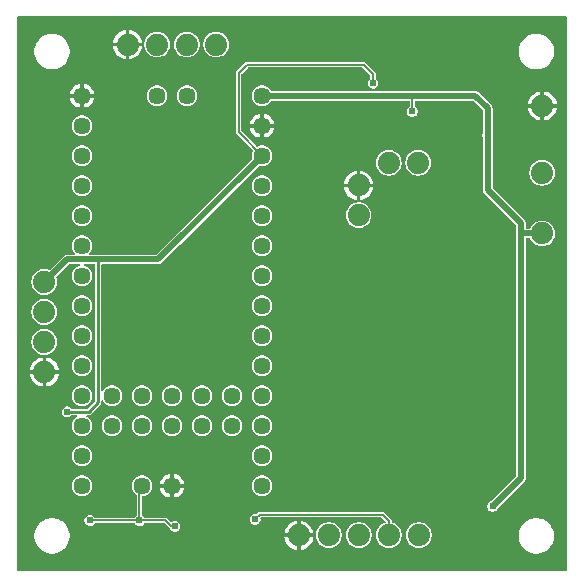
<source format=gbr>
%TF.GenerationSoftware,KiCad,Pcbnew,9.0.2*%
%TF.CreationDate,2025-07-11T21:06:48+12:00*%
%TF.ProjectId,T61,5436312e-6b69-4636-9164-5f7063625858,rev?*%
%TF.SameCoordinates,Original*%
%TF.FileFunction,Copper,L2,Bot*%
%TF.FilePolarity,Positive*%
%FSLAX46Y46*%
G04 Gerber Fmt 4.6, Leading zero omitted, Abs format (unit mm)*
G04 Created by KiCad (PCBNEW 9.0.2) date 2025-07-11 21:06:48*
%MOMM*%
%LPD*%
G01*
G04 APERTURE LIST*
%TA.AperFunction,ComponentPad*%
%ADD10C,1.879600*%
%TD*%
%TA.AperFunction,ComponentPad*%
%ADD11C,1.447800*%
%TD*%
%TA.AperFunction,ViaPad*%
%ADD12C,0.604000*%
%TD*%
%TA.AperFunction,Conductor*%
%ADD13C,0.508000*%
%TD*%
%TA.AperFunction,Conductor*%
%ADD14C,0.152400*%
%TD*%
%TA.AperFunction,Conductor*%
%ADD15C,0.254000*%
%TD*%
G04 APERTURE END LIST*
D10*
%TO.P,J9,1*%
%TO.N,TP_CLK*%
X159186100Y-93903600D03*
%TD*%
%TO.P,J3,1*%
%TO.N,RESET+*%
X169686100Y-94753600D03*
%TD*%
%TO.P,J13,1*%
%TO.N,GND*%
X134586100Y-83903600D03*
%TD*%
%TO.P,J11,1*%
%TO.N,D+*%
X137086100Y-83903600D03*
%TD*%
%TO.P,J10,1*%
%TO.N,TP_DATA*%
X156686100Y-93903600D03*
%TD*%
%TO.P,J5,1*%
%TO.N,GND*%
X149086100Y-125453600D03*
%TO.P,J5,2*%
%TO.N,PAD_DATA*%
X151626100Y-125453600D03*
%TO.P,J5,3*%
%TO.N,PAD_CLOCK*%
X154166100Y-125453600D03*
%TO.P,J5,4*%
%TO.N,5V*%
X156706100Y-125453600D03*
%TO.P,J5,5*%
%TO.N,RESET-*%
X159246100Y-125453600D03*
%TD*%
%TO.P,J2,1*%
%TO.N,GND*%
X154136100Y-95823600D03*
%TO.P,J2,2*%
%TO.N,ON*%
X154136100Y-98363600D03*
%TD*%
%TO.P,J8,1*%
%TO.N,GND*%
X169686100Y-89103600D03*
%TD*%
%TO.P,J7,1*%
%TO.N,5V*%
X169686100Y-99903600D03*
%TD*%
D11*
%TO.P,U1,0*%
%TO.N,0*%
X130726100Y-90783600D03*
%TO.P,U1,1*%
%TO.N,1*%
X130726100Y-93323600D03*
%TO.P,U1,2*%
%TO.N,2*%
X130726100Y-95863600D03*
%TO.P,U1,3*%
%TO.N,3*%
X130726100Y-98403600D03*
%TO.P,U1,3V*%
%TO.N,3V*%
X145966100Y-93323600D03*
%TO.P,U1,3V1*%
X135806100Y-121263600D03*
%TO.P,U1,4*%
%TO.N,4*%
X130726100Y-100943600D03*
%TO.P,U1,5*%
%TO.N,5*%
X130726100Y-103483600D03*
%TO.P,U1,5V*%
%TO.N,5V*%
X145966100Y-88243600D03*
%TO.P,U1,6*%
%TO.N,6*%
X130726100Y-106023600D03*
%TO.P,U1,7*%
%TO.N,7*%
X130726100Y-108563600D03*
%TO.P,U1,8*%
%TO.N,8*%
X130726100Y-111103600D03*
%TO.P,U1,9*%
%TO.N,9*%
X130726100Y-113643600D03*
%TO.P,U1,10*%
%TO.N,10*%
X130726100Y-116183600D03*
%TO.P,U1,11*%
%TO.N,11*%
X130726100Y-118723600D03*
%TO.P,U1,12*%
%TO.N,12*%
X130726100Y-121263600D03*
%TO.P,U1,13*%
%TO.N,13*%
X145966100Y-121263600D03*
%TO.P,U1,14*%
%TO.N,14*%
X145966100Y-118723600D03*
%TO.P,U1,15*%
%TO.N,15*%
X145966100Y-116183600D03*
%TO.P,U1,16*%
%TO.N,16*%
X145966100Y-113643600D03*
%TO.P,U1,17*%
%TO.N,17*%
X145966100Y-111103600D03*
%TO.P,U1,18*%
%TO.N,18*%
X145966100Y-108563600D03*
%TO.P,U1,19*%
%TO.N,19*%
X145966100Y-106023600D03*
%TO.P,U1,20*%
%TO.N,20*%
X145966100Y-103483600D03*
%TO.P,U1,21*%
%TO.N,21*%
X145966100Y-100943600D03*
%TO.P,U1,22*%
%TO.N,22*%
X145966100Y-98403600D03*
%TO.P,U1,23*%
%TO.N,23*%
X145966100Y-95863600D03*
%TO.P,U1,24*%
%TO.N,24*%
X143426100Y-116183600D03*
%TO.P,U1,25*%
%TO.N,25*%
X143426100Y-113643600D03*
%TO.P,U1,26*%
%TO.N,26*%
X140886100Y-116183600D03*
%TO.P,U1,27*%
%TO.N,27*%
X140886100Y-113643600D03*
%TO.P,U1,28*%
%TO.N,28*%
X138346100Y-116183600D03*
%TO.P,U1,29*%
%TO.N,29*%
X138346100Y-113643600D03*
%TO.P,U1,30*%
%TO.N,30*%
X135806100Y-116183600D03*
%TO.P,U1,31*%
%TO.N,31*%
X135806100Y-113643600D03*
%TO.P,U1,32*%
%TO.N,32*%
X133266100Y-116183600D03*
%TO.P,U1,33*%
%TO.N,33*%
X133266100Y-113643600D03*
%TO.P,U1,D+*%
%TO.N,D+*%
X137076100Y-88243600D03*
%TO.P,U1,D-*%
%TO.N,D-*%
X139616100Y-88243600D03*
%TO.P,U1,GND1*%
%TO.N,GND*%
X130726100Y-88243600D03*
%TO.P,U1,GND2*%
X145966100Y-90783600D03*
%TO.P,U1,GND3*%
X138346100Y-121263600D03*
%TD*%
D10*
%TO.P,J1,1*%
%TO.N,GND*%
X127536100Y-111633600D03*
%TO.P,J1,2*%
%TO.N,CAPS_LOCK*%
X127536100Y-109093600D03*
%TO.P,J1,3*%
%TO.N,NUM_LOCK*%
X127536100Y-106553600D03*
%TO.P,J1,4*%
%TO.N,3V*%
X127536100Y-104013600D03*
%TD*%
%TO.P,J12,1*%
%TO.N,D-*%
X139586100Y-83903600D03*
%TD*%
%TO.P,J6,1*%
%TO.N,5V*%
X142086100Y-83903600D03*
%TD*%
D12*
%TO.N,5V*%
X165486100Y-123003600D03*
X165086100Y-91603600D03*
X158686100Y-89573600D03*
X145386100Y-124103600D03*
%TO.N,3V*%
X135586100Y-124203600D03*
X129486100Y-115003600D03*
X138586100Y-124703600D03*
X131386100Y-124203600D03*
X155356100Y-87173600D03*
%TO.N,GND*%
X155686100Y-127203600D03*
X136586100Y-109903600D03*
X145186100Y-84203600D03*
X141186100Y-127403600D03*
X157486100Y-95903600D03*
X143786100Y-98903600D03*
X126886100Y-93603600D03*
X155086100Y-82803600D03*
X157586100Y-109903600D03*
X162786100Y-89603600D03*
X133486100Y-121403600D03*
X166386100Y-117703600D03*
X136086100Y-96703600D03*
X135986100Y-91403600D03*
X133886100Y-118003600D03*
X126886100Y-121903600D03*
X169786100Y-109403600D03*
X164486100Y-112003600D03*
X159786100Y-85303600D03*
X142086100Y-102203600D03*
X162986100Y-83703600D03*
X136186100Y-107303600D03*
X162086100Y-122103600D03*
X167786100Y-89603600D03*
X142586100Y-108703600D03*
X142286100Y-104703600D03*
X169786100Y-118203600D03*
X160286100Y-123803600D03*
X131086100Y-82703600D03*
X141186100Y-91303600D03*
X152886100Y-84303600D03*
%TD*%
D13*
%TO.N,5V*%
X145966100Y-88243600D02*
X158686100Y-88243600D01*
X167886100Y-100003600D02*
X167886100Y-99003600D01*
X167986100Y-99903600D02*
X167886100Y-100003600D01*
X158686100Y-88243600D02*
X164026100Y-88243600D01*
D14*
X156706100Y-124223600D02*
X156706100Y-125453600D01*
X156186100Y-123703600D02*
X156706100Y-124223600D01*
D13*
X165086100Y-89303600D02*
X164026100Y-88243600D01*
X165086100Y-96203600D02*
X165086100Y-91603600D01*
X167886100Y-100003600D02*
X167886100Y-120603600D01*
X167886100Y-120603600D02*
X165486100Y-123003600D01*
D14*
X145786100Y-123703600D02*
X156186100Y-123703600D01*
D13*
X169686100Y-99903600D02*
X167986100Y-99903600D01*
D14*
X158686100Y-89573600D02*
X158686100Y-88243600D01*
X145386100Y-124103600D02*
X145786100Y-123703600D01*
D13*
X167886100Y-99003600D02*
X165086100Y-96203600D01*
X165086100Y-91603600D02*
X165086100Y-89303600D01*
D15*
%TO.N,3V*%
X129486100Y-115003600D02*
X131286100Y-115003600D01*
D14*
X154586100Y-85603600D02*
X144686100Y-85603600D01*
X131386100Y-124203600D02*
X135586100Y-124203600D01*
X143986100Y-91343600D02*
X145966100Y-93323600D01*
X143986100Y-86303600D02*
X143986100Y-91343600D01*
X137786100Y-124203600D02*
X135586100Y-124203600D01*
X135586100Y-124203600D02*
X135586100Y-121483600D01*
D13*
X145966100Y-93323600D02*
X137186100Y-102103600D01*
X129446100Y-102103600D02*
X127536100Y-104013600D01*
D14*
X138586100Y-124703600D02*
X138286100Y-124703600D01*
D15*
X131286100Y-115003600D02*
X132086100Y-114203600D01*
X132086100Y-114203600D02*
X132086100Y-102103600D01*
D14*
X155356100Y-86373600D02*
X154586100Y-85603600D01*
X138286100Y-124703600D02*
X137786100Y-124203600D01*
X155356100Y-87173600D02*
X155356100Y-86373600D01*
X144686100Y-85603600D02*
X143986100Y-86303600D01*
X135586100Y-121483600D02*
X135806100Y-121263600D01*
D13*
X132086100Y-102103600D02*
X129446100Y-102103600D01*
X137186100Y-102103600D02*
X132086100Y-102103600D01*
%TD*%
%TA.AperFunction,Conductor*%
%TO.N,GND*%
G36*
X171772294Y-81547406D02*
G01*
X171790600Y-81591600D01*
X171790600Y-128415600D01*
X171772294Y-128459794D01*
X171728100Y-128478100D01*
X125274100Y-128478100D01*
X125229906Y-128459794D01*
X125211600Y-128415600D01*
X125211600Y-125385506D01*
X126685600Y-125385506D01*
X126685600Y-125621693D01*
X126722548Y-125854972D01*
X126795531Y-126079590D01*
X126795535Y-126079598D01*
X126902758Y-126290035D01*
X127041582Y-126481109D01*
X127041589Y-126481117D01*
X127208582Y-126648110D01*
X127208590Y-126648117D01*
X127399667Y-126786943D01*
X127610108Y-126894168D01*
X127834732Y-126967153D01*
X128068008Y-127004100D01*
X128068010Y-127004100D01*
X128304190Y-127004100D01*
X128304192Y-127004100D01*
X128537468Y-126967153D01*
X128762092Y-126894168D01*
X128972533Y-126786943D01*
X129163610Y-126648117D01*
X129330617Y-126481110D01*
X129469443Y-126290033D01*
X129576668Y-126079592D01*
X129649653Y-125854968D01*
X129686600Y-125621692D01*
X129686600Y-125385508D01*
X129673310Y-125301599D01*
X147850869Y-125301599D01*
X147850870Y-125301600D01*
X148600908Y-125301600D01*
X148578100Y-125386720D01*
X148578100Y-125520480D01*
X148600908Y-125605600D01*
X147850870Y-125605600D01*
X147872926Y-125744856D01*
X147872927Y-125744859D01*
X147933423Y-125931047D01*
X147933425Y-125931054D01*
X148022310Y-126105497D01*
X148137382Y-126263880D01*
X148137389Y-126263888D01*
X148275811Y-126402310D01*
X148275819Y-126402317D01*
X148434202Y-126517389D01*
X148608645Y-126606274D01*
X148608652Y-126606276D01*
X148794835Y-126666770D01*
X148794848Y-126666773D01*
X148934099Y-126688829D01*
X148934100Y-126688829D01*
X148934100Y-125938792D01*
X149019220Y-125961600D01*
X149152980Y-125961600D01*
X149238100Y-125938792D01*
X149238100Y-126688829D01*
X149377351Y-126666773D01*
X149377364Y-126666770D01*
X149563547Y-126606276D01*
X149563554Y-126606274D01*
X149737997Y-126517389D01*
X149896380Y-126402317D01*
X149896388Y-126402310D01*
X150034810Y-126263888D01*
X150034817Y-126263880D01*
X150149889Y-126105497D01*
X150238774Y-125931054D01*
X150238776Y-125931047D01*
X150299272Y-125744859D01*
X150299273Y-125744856D01*
X150321330Y-125605600D01*
X149571292Y-125605600D01*
X149594100Y-125520480D01*
X149594100Y-125386720D01*
X149588978Y-125367605D01*
X150533400Y-125367605D01*
X150533400Y-125539594D01*
X150533401Y-125539610D01*
X150560305Y-125709472D01*
X150560305Y-125709473D01*
X150613454Y-125873049D01*
X150613458Y-125873057D01*
X150691540Y-126026302D01*
X150792634Y-126165445D01*
X150792641Y-126165453D01*
X150914246Y-126287058D01*
X150914254Y-126287065D01*
X151053400Y-126388161D01*
X151206649Y-126466245D01*
X151370225Y-126519394D01*
X151441823Y-126530734D01*
X151540089Y-126546298D01*
X151540095Y-126546298D01*
X151540103Y-126546300D01*
X151540105Y-126546300D01*
X151712095Y-126546300D01*
X151712097Y-126546300D01*
X151881975Y-126519394D01*
X152045551Y-126466245D01*
X152198800Y-126388161D01*
X152337946Y-126287065D01*
X152459565Y-126165446D01*
X152560661Y-126026300D01*
X152638745Y-125873051D01*
X152691894Y-125709475D01*
X152718800Y-125539597D01*
X152718800Y-125367605D01*
X153073400Y-125367605D01*
X153073400Y-125539594D01*
X153073401Y-125539610D01*
X153100305Y-125709472D01*
X153100305Y-125709473D01*
X153153454Y-125873049D01*
X153153458Y-125873057D01*
X153231540Y-126026302D01*
X153332634Y-126165445D01*
X153332641Y-126165453D01*
X153454246Y-126287058D01*
X153454254Y-126287065D01*
X153593400Y-126388161D01*
X153746649Y-126466245D01*
X153910225Y-126519394D01*
X153981823Y-126530734D01*
X154080089Y-126546298D01*
X154080095Y-126546298D01*
X154080103Y-126546300D01*
X154080105Y-126546300D01*
X154252095Y-126546300D01*
X154252097Y-126546300D01*
X154421975Y-126519394D01*
X154585551Y-126466245D01*
X154738800Y-126388161D01*
X154877946Y-126287065D01*
X154999565Y-126165446D01*
X155100661Y-126026300D01*
X155178745Y-125873051D01*
X155231894Y-125709475D01*
X155258800Y-125539597D01*
X155258800Y-125367603D01*
X155252853Y-125330058D01*
X155231894Y-125197727D01*
X155231894Y-125197726D01*
X155220398Y-125162343D01*
X155178745Y-125034149D01*
X155100661Y-124880900D01*
X155015356Y-124763489D01*
X154999565Y-124741754D01*
X154999558Y-124741746D01*
X154877953Y-124620141D01*
X154877945Y-124620134D01*
X154738802Y-124519040D01*
X154585557Y-124440958D01*
X154585549Y-124440954D01*
X154421973Y-124387805D01*
X154252110Y-124360901D01*
X154252098Y-124360900D01*
X154252097Y-124360900D01*
X154080103Y-124360900D01*
X154080101Y-124360900D01*
X154080089Y-124360901D01*
X153910227Y-124387805D01*
X153910226Y-124387805D01*
X153746650Y-124440954D01*
X153746642Y-124440958D01*
X153593397Y-124519040D01*
X153454254Y-124620134D01*
X153454246Y-124620141D01*
X153332641Y-124741746D01*
X153332634Y-124741754D01*
X153231540Y-124880897D01*
X153153458Y-125034142D01*
X153153454Y-125034150D01*
X153100305Y-125197726D01*
X153100305Y-125197727D01*
X153073401Y-125367589D01*
X153073400Y-125367605D01*
X152718800Y-125367605D01*
X152718800Y-125367603D01*
X152712853Y-125330058D01*
X152691894Y-125197727D01*
X152691894Y-125197726D01*
X152680398Y-125162343D01*
X152638745Y-125034149D01*
X152560661Y-124880900D01*
X152475356Y-124763489D01*
X152459565Y-124741754D01*
X152459558Y-124741746D01*
X152337953Y-124620141D01*
X152337945Y-124620134D01*
X152198802Y-124519040D01*
X152045557Y-124440958D01*
X152045549Y-124440954D01*
X151881973Y-124387805D01*
X151712110Y-124360901D01*
X151712098Y-124360900D01*
X151712097Y-124360900D01*
X151540103Y-124360900D01*
X151540101Y-124360900D01*
X151540089Y-124360901D01*
X151370227Y-124387805D01*
X151370226Y-124387805D01*
X151206650Y-124440954D01*
X151206642Y-124440958D01*
X151053397Y-124519040D01*
X150914254Y-124620134D01*
X150914246Y-124620141D01*
X150792641Y-124741746D01*
X150792634Y-124741754D01*
X150691540Y-124880897D01*
X150613458Y-125034142D01*
X150613454Y-125034150D01*
X150560305Y-125197726D01*
X150560305Y-125197727D01*
X150533401Y-125367589D01*
X150533400Y-125367605D01*
X149588978Y-125367605D01*
X149571292Y-125301600D01*
X150321330Y-125301600D01*
X150321330Y-125301599D01*
X150299273Y-125162343D01*
X150299272Y-125162340D01*
X150238776Y-124976152D01*
X150238774Y-124976145D01*
X150149889Y-124801702D01*
X150034817Y-124643319D01*
X150034810Y-124643311D01*
X149896388Y-124504889D01*
X149896380Y-124504882D01*
X149737997Y-124389810D01*
X149563554Y-124300925D01*
X149563547Y-124300923D01*
X149377359Y-124240427D01*
X149377356Y-124240426D01*
X149238100Y-124218369D01*
X149238100Y-124968407D01*
X149152980Y-124945600D01*
X149019220Y-124945600D01*
X148934100Y-124968407D01*
X148934100Y-124218369D01*
X148934099Y-124218369D01*
X148794843Y-124240426D01*
X148794840Y-124240427D01*
X148608652Y-124300923D01*
X148608645Y-124300925D01*
X148434202Y-124389810D01*
X148275819Y-124504882D01*
X148275811Y-124504889D01*
X148137389Y-124643311D01*
X148137382Y-124643319D01*
X148022310Y-124801702D01*
X147933425Y-124976145D01*
X147933423Y-124976152D01*
X147872927Y-125162340D01*
X147872926Y-125162343D01*
X147850869Y-125301599D01*
X129673310Y-125301599D01*
X129649653Y-125152232D01*
X129576668Y-124927608D01*
X129469443Y-124717167D01*
X129404294Y-124627498D01*
X129330617Y-124526090D01*
X129330610Y-124526082D01*
X129163617Y-124359089D01*
X129163609Y-124359082D01*
X129011681Y-124248700D01*
X128972533Y-124220257D01*
X128822293Y-124143706D01*
X130931200Y-124143706D01*
X130931200Y-124263493D01*
X130962201Y-124379185D01*
X130962203Y-124379190D01*
X131022087Y-124482911D01*
X131022094Y-124482920D01*
X131106779Y-124567605D01*
X131106788Y-124567612D01*
X131210509Y-124627496D01*
X131210511Y-124627497D01*
X131210515Y-124627499D01*
X131289531Y-124648671D01*
X131326206Y-124658499D01*
X131326208Y-124658499D01*
X131326211Y-124658500D01*
X131326213Y-124658500D01*
X131445987Y-124658500D01*
X131445989Y-124658500D01*
X131561685Y-124627499D01*
X131665415Y-124567610D01*
X131750110Y-124482915D01*
X131754771Y-124474841D01*
X131761060Y-124463950D01*
X131799010Y-124434830D01*
X131815186Y-124432700D01*
X135157014Y-124432700D01*
X135201208Y-124451006D01*
X135211140Y-124463950D01*
X135222087Y-124482911D01*
X135222094Y-124482920D01*
X135306779Y-124567605D01*
X135306788Y-124567612D01*
X135410509Y-124627496D01*
X135410511Y-124627497D01*
X135410515Y-124627499D01*
X135489531Y-124648671D01*
X135526206Y-124658499D01*
X135526208Y-124658499D01*
X135526211Y-124658500D01*
X135526213Y-124658500D01*
X135645987Y-124658500D01*
X135645989Y-124658500D01*
X135761685Y-124627499D01*
X135865415Y-124567610D01*
X135950110Y-124482915D01*
X135954771Y-124474841D01*
X135961060Y-124463950D01*
X135999010Y-124434830D01*
X136015186Y-124432700D01*
X137665315Y-124432700D01*
X137709509Y-124451006D01*
X138156326Y-124897822D01*
X138158584Y-124898757D01*
X138161332Y-124901167D01*
X138161446Y-124901243D01*
X138161436Y-124901257D01*
X138188796Y-124925250D01*
X138222089Y-124982914D01*
X138222094Y-124982920D01*
X138306779Y-125067605D01*
X138306788Y-125067612D01*
X138410509Y-125127496D01*
X138410511Y-125127497D01*
X138410515Y-125127499D01*
X138489531Y-125148671D01*
X138526206Y-125158499D01*
X138526208Y-125158499D01*
X138526211Y-125158500D01*
X138526213Y-125158500D01*
X138645987Y-125158500D01*
X138645989Y-125158500D01*
X138761685Y-125127499D01*
X138865415Y-125067610D01*
X138950110Y-124982915D01*
X139009999Y-124879185D01*
X139041000Y-124763489D01*
X139041000Y-124643711D01*
X139034682Y-124620134D01*
X139020609Y-124567612D01*
X139009999Y-124528015D01*
X139009701Y-124527499D01*
X138950112Y-124424288D01*
X138950105Y-124424279D01*
X138865420Y-124339594D01*
X138865411Y-124339587D01*
X138761690Y-124279703D01*
X138761685Y-124279701D01*
X138645993Y-124248700D01*
X138645989Y-124248700D01*
X138526211Y-124248700D01*
X138526206Y-124248700D01*
X138410514Y-124279701D01*
X138309836Y-124337828D01*
X138262410Y-124344071D01*
X138234392Y-124327895D01*
X137950203Y-124043706D01*
X144931200Y-124043706D01*
X144931200Y-124163493D01*
X144962201Y-124279185D01*
X144962203Y-124279190D01*
X145022087Y-124382911D01*
X145022094Y-124382920D01*
X145106779Y-124467605D01*
X145106788Y-124467612D01*
X145210509Y-124527496D01*
X145210511Y-124527497D01*
X145210515Y-124527499D01*
X145289531Y-124548671D01*
X145326206Y-124558499D01*
X145326208Y-124558499D01*
X145326211Y-124558500D01*
X145326213Y-124558500D01*
X145445987Y-124558500D01*
X145445989Y-124558500D01*
X145561685Y-124527499D01*
X145665415Y-124467610D01*
X145750110Y-124382915D01*
X145809999Y-124279185D01*
X145841000Y-124163489D01*
X145841000Y-124043711D01*
X145835332Y-124022558D01*
X145836434Y-124014181D01*
X145833202Y-124006375D01*
X145839445Y-123991306D01*
X145841574Y-123975133D01*
X145851512Y-123962183D01*
X145862695Y-123951002D01*
X145906885Y-123932700D01*
X156065315Y-123932700D01*
X156109509Y-123951006D01*
X156450627Y-124292124D01*
X156468933Y-124336318D01*
X156450627Y-124380512D01*
X156425747Y-124395759D01*
X156286650Y-124440954D01*
X156286642Y-124440958D01*
X156133397Y-124519040D01*
X155994254Y-124620134D01*
X155994246Y-124620141D01*
X155872641Y-124741746D01*
X155872634Y-124741754D01*
X155771540Y-124880897D01*
X155693458Y-125034142D01*
X155693454Y-125034150D01*
X155640305Y-125197726D01*
X155640305Y-125197727D01*
X155613401Y-125367589D01*
X155613400Y-125367605D01*
X155613400Y-125539594D01*
X155613401Y-125539610D01*
X155640305Y-125709472D01*
X155640305Y-125709473D01*
X155693454Y-125873049D01*
X155693458Y-125873057D01*
X155771540Y-126026302D01*
X155872634Y-126165445D01*
X155872641Y-126165453D01*
X155994246Y-126287058D01*
X155994254Y-126287065D01*
X156133400Y-126388161D01*
X156286649Y-126466245D01*
X156450225Y-126519394D01*
X156521823Y-126530734D01*
X156620089Y-126546298D01*
X156620095Y-126546298D01*
X156620103Y-126546300D01*
X156620105Y-126546300D01*
X156792095Y-126546300D01*
X156792097Y-126546300D01*
X156961975Y-126519394D01*
X157125551Y-126466245D01*
X157278800Y-126388161D01*
X157417946Y-126287065D01*
X157539565Y-126165446D01*
X157640661Y-126026300D01*
X157718745Y-125873051D01*
X157771894Y-125709475D01*
X157798800Y-125539597D01*
X157798800Y-125367605D01*
X158153400Y-125367605D01*
X158153400Y-125539594D01*
X158153401Y-125539610D01*
X158180305Y-125709472D01*
X158180305Y-125709473D01*
X158233454Y-125873049D01*
X158233458Y-125873057D01*
X158311540Y-126026302D01*
X158412634Y-126165445D01*
X158412641Y-126165453D01*
X158534246Y-126287058D01*
X158534254Y-126287065D01*
X158673400Y-126388161D01*
X158826649Y-126466245D01*
X158990225Y-126519394D01*
X159061823Y-126530734D01*
X159160089Y-126546298D01*
X159160095Y-126546298D01*
X159160103Y-126546300D01*
X159160105Y-126546300D01*
X159332095Y-126546300D01*
X159332097Y-126546300D01*
X159501975Y-126519394D01*
X159665551Y-126466245D01*
X159818800Y-126388161D01*
X159957946Y-126287065D01*
X160079565Y-126165446D01*
X160180661Y-126026300D01*
X160258745Y-125873051D01*
X160311894Y-125709475D01*
X160338800Y-125539597D01*
X160338800Y-125385506D01*
X167685600Y-125385506D01*
X167685600Y-125621693D01*
X167722548Y-125854972D01*
X167795531Y-126079590D01*
X167795535Y-126079598D01*
X167902758Y-126290035D01*
X168041582Y-126481109D01*
X168041589Y-126481117D01*
X168208582Y-126648110D01*
X168208590Y-126648117D01*
X168399667Y-126786943D01*
X168610108Y-126894168D01*
X168834732Y-126967153D01*
X169068008Y-127004100D01*
X169068010Y-127004100D01*
X169304190Y-127004100D01*
X169304192Y-127004100D01*
X169537468Y-126967153D01*
X169762092Y-126894168D01*
X169972533Y-126786943D01*
X170163610Y-126648117D01*
X170330617Y-126481110D01*
X170469443Y-126290033D01*
X170576668Y-126079592D01*
X170649653Y-125854968D01*
X170686600Y-125621692D01*
X170686600Y-125385508D01*
X170649653Y-125152232D01*
X170576668Y-124927608D01*
X170469443Y-124717167D01*
X170404294Y-124627498D01*
X170330617Y-124526090D01*
X170330610Y-124526082D01*
X170163617Y-124359089D01*
X170163609Y-124359082D01*
X169972535Y-124220258D01*
X169762098Y-124113035D01*
X169762090Y-124113031D01*
X169537472Y-124040048D01*
X169537470Y-124040047D01*
X169537468Y-124040047D01*
X169324870Y-124006375D01*
X169304193Y-124003100D01*
X169304192Y-124003100D01*
X169068008Y-124003100D01*
X169068006Y-124003100D01*
X168927213Y-124025399D01*
X168834732Y-124040047D01*
X168834730Y-124040047D01*
X168834727Y-124040048D01*
X168610109Y-124113031D01*
X168610101Y-124113035D01*
X168399664Y-124220258D01*
X168208590Y-124359082D01*
X168208582Y-124359089D01*
X168041589Y-124526082D01*
X168041582Y-124526090D01*
X167902758Y-124717164D01*
X167795535Y-124927601D01*
X167795531Y-124927609D01*
X167722548Y-125152227D01*
X167722547Y-125152230D01*
X167722547Y-125152232D01*
X167721554Y-125158500D01*
X167685600Y-125385506D01*
X160338800Y-125385506D01*
X160338800Y-125367603D01*
X160332853Y-125330058D01*
X160311894Y-125197727D01*
X160311894Y-125197726D01*
X160300398Y-125162343D01*
X160258745Y-125034149D01*
X160180661Y-124880900D01*
X160095356Y-124763489D01*
X160079565Y-124741754D01*
X160079558Y-124741746D01*
X159957953Y-124620141D01*
X159957945Y-124620134D01*
X159818802Y-124519040D01*
X159665557Y-124440958D01*
X159665549Y-124440954D01*
X159501973Y-124387805D01*
X159332110Y-124360901D01*
X159332098Y-124360900D01*
X159332097Y-124360900D01*
X159160103Y-124360900D01*
X159160101Y-124360900D01*
X159160089Y-124360901D01*
X158990227Y-124387805D01*
X158990226Y-124387805D01*
X158826650Y-124440954D01*
X158826642Y-124440958D01*
X158673397Y-124519040D01*
X158534254Y-124620134D01*
X158534246Y-124620141D01*
X158412641Y-124741746D01*
X158412634Y-124741754D01*
X158311540Y-124880897D01*
X158233458Y-125034142D01*
X158233454Y-125034150D01*
X158180305Y-125197726D01*
X158180305Y-125197727D01*
X158153401Y-125367589D01*
X158153400Y-125367605D01*
X157798800Y-125367605D01*
X157798800Y-125367603D01*
X157792853Y-125330058D01*
X157771894Y-125197727D01*
X157771894Y-125197726D01*
X157760398Y-125162343D01*
X157718745Y-125034149D01*
X157640661Y-124880900D01*
X157555356Y-124763489D01*
X157539565Y-124741754D01*
X157539558Y-124741746D01*
X157417953Y-124620141D01*
X157417945Y-124620134D01*
X157278802Y-124519040D01*
X157125557Y-124440958D01*
X157125549Y-124440954D01*
X156978386Y-124393138D01*
X156942012Y-124362071D01*
X156935200Y-124333697D01*
X156935200Y-124178029D01*
X156929176Y-124163487D01*
X156920985Y-124143711D01*
X156900322Y-124093825D01*
X156315875Y-123509378D01*
X156256333Y-123484715D01*
X156256332Y-123484714D01*
X156231672Y-123474500D01*
X156231671Y-123474500D01*
X145740529Y-123474500D01*
X145740527Y-123474500D01*
X145656338Y-123509373D01*
X145656325Y-123509379D01*
X145527511Y-123638192D01*
X145483317Y-123656497D01*
X145467141Y-123654367D01*
X145445995Y-123648701D01*
X145445990Y-123648700D01*
X145445989Y-123648700D01*
X145326211Y-123648700D01*
X145326206Y-123648700D01*
X145210514Y-123679701D01*
X145210509Y-123679703D01*
X145106788Y-123739587D01*
X145106779Y-123739594D01*
X145022094Y-123824279D01*
X145022087Y-123824288D01*
X144962203Y-123928009D01*
X144962201Y-123928014D01*
X144931200Y-124043706D01*
X137950203Y-124043706D01*
X137915875Y-124009378D01*
X137908625Y-124006375D01*
X137856333Y-123984715D01*
X137856332Y-123984714D01*
X137831672Y-123974500D01*
X137831671Y-123974500D01*
X136015186Y-123974500D01*
X135970992Y-123956194D01*
X135961060Y-123943250D01*
X135950112Y-123924288D01*
X135950105Y-123924279D01*
X135865420Y-123839594D01*
X135865411Y-123839587D01*
X135846450Y-123828640D01*
X135817330Y-123790690D01*
X135815200Y-123774514D01*
X135815200Y-122202900D01*
X135833506Y-122158706D01*
X135877700Y-122140400D01*
X135892457Y-122140400D01*
X136061853Y-122106705D01*
X136221420Y-122040610D01*
X136365027Y-121944655D01*
X136487155Y-121822527D01*
X136583110Y-121678920D01*
X136649205Y-121519353D01*
X136682900Y-121349957D01*
X136682900Y-121177243D01*
X136669843Y-121111599D01*
X137328296Y-121111599D01*
X137328297Y-121111600D01*
X137887204Y-121111600D01*
X137863500Y-121200065D01*
X137863500Y-121327135D01*
X137887204Y-121415600D01*
X137328297Y-121415600D01*
X137357701Y-121563427D01*
X137357703Y-121563435D01*
X137435186Y-121750493D01*
X137435187Y-121750495D01*
X137547677Y-121918847D01*
X137690852Y-122062022D01*
X137859204Y-122174512D01*
X137859206Y-122174513D01*
X138046264Y-122251996D01*
X138046272Y-122251998D01*
X138194099Y-122281403D01*
X138194100Y-122281402D01*
X138194100Y-121722495D01*
X138282565Y-121746200D01*
X138409635Y-121746200D01*
X138498100Y-121722495D01*
X138498100Y-122281403D01*
X138645927Y-122251998D01*
X138645935Y-122251996D01*
X138832993Y-122174513D01*
X138832995Y-122174512D01*
X139001347Y-122062022D01*
X139144522Y-121918847D01*
X139257012Y-121750495D01*
X139257013Y-121750493D01*
X139334496Y-121563435D01*
X139334498Y-121563427D01*
X139363903Y-121415600D01*
X138804996Y-121415600D01*
X138828700Y-121327135D01*
X138828700Y-121200065D01*
X138822585Y-121177242D01*
X145089300Y-121177242D01*
X145089300Y-121349957D01*
X145122994Y-121519351D01*
X145189090Y-121678920D01*
X145189091Y-121678922D01*
X145285044Y-121822526D01*
X145285045Y-121822527D01*
X145407173Y-121944655D01*
X145550780Y-122040610D01*
X145710347Y-122106705D01*
X145879743Y-122140400D01*
X146052457Y-122140400D01*
X146221853Y-122106705D01*
X146381420Y-122040610D01*
X146525027Y-121944655D01*
X146647155Y-121822527D01*
X146743110Y-121678920D01*
X146809205Y-121519353D01*
X146842900Y-121349957D01*
X146842900Y-121177243D01*
X146809205Y-121007847D01*
X146743110Y-120848280D01*
X146647155Y-120704673D01*
X146525027Y-120582545D01*
X146476365Y-120550030D01*
X146381422Y-120486591D01*
X146381420Y-120486590D01*
X146221851Y-120420494D01*
X146052457Y-120386800D01*
X145879743Y-120386800D01*
X145710348Y-120420494D01*
X145550779Y-120486590D01*
X145550777Y-120486591D01*
X145407173Y-120582544D01*
X145285044Y-120704673D01*
X145189091Y-120848277D01*
X145189090Y-120848279D01*
X145122994Y-121007848D01*
X145089300Y-121177242D01*
X138822585Y-121177242D01*
X138804996Y-121111600D01*
X139363903Y-121111600D01*
X139363903Y-121111599D01*
X139334498Y-120963772D01*
X139334496Y-120963764D01*
X139257013Y-120776706D01*
X139257012Y-120776704D01*
X139144522Y-120608352D01*
X139001347Y-120465177D01*
X138832995Y-120352687D01*
X138832993Y-120352686D01*
X138645925Y-120275200D01*
X138498100Y-120245796D01*
X138498100Y-120804704D01*
X138409635Y-120781000D01*
X138282565Y-120781000D01*
X138194100Y-120804704D01*
X138194100Y-120245796D01*
X138194099Y-120245796D01*
X138046274Y-120275200D01*
X138046273Y-120275200D01*
X137859206Y-120352686D01*
X137859204Y-120352687D01*
X137690852Y-120465177D01*
X137547677Y-120608352D01*
X137435187Y-120776704D01*
X137435186Y-120776706D01*
X137357703Y-120963764D01*
X137357701Y-120963772D01*
X137328296Y-121111599D01*
X136669843Y-121111599D01*
X136649205Y-121007847D01*
X136583110Y-120848280D01*
X136487155Y-120704673D01*
X136365027Y-120582545D01*
X136316365Y-120550030D01*
X136221422Y-120486591D01*
X136221420Y-120486590D01*
X136061851Y-120420494D01*
X135892457Y-120386800D01*
X135719743Y-120386800D01*
X135550348Y-120420494D01*
X135390779Y-120486590D01*
X135390777Y-120486591D01*
X135247173Y-120582544D01*
X135125044Y-120704673D01*
X135029091Y-120848277D01*
X135029090Y-120848279D01*
X134962994Y-121007848D01*
X134929300Y-121177242D01*
X134929300Y-121349957D01*
X134962994Y-121519351D01*
X135029090Y-121678920D01*
X135029091Y-121678922D01*
X135125044Y-121822526D01*
X135247173Y-121944655D01*
X135329223Y-121999478D01*
X135355799Y-122039251D01*
X135357000Y-122051445D01*
X135357000Y-123774514D01*
X135338694Y-123818708D01*
X135325750Y-123828640D01*
X135306788Y-123839587D01*
X135306779Y-123839594D01*
X135222094Y-123924279D01*
X135222087Y-123924288D01*
X135211140Y-123943250D01*
X135173190Y-123972370D01*
X135157014Y-123974500D01*
X131815186Y-123974500D01*
X131770992Y-123956194D01*
X131761060Y-123943250D01*
X131750112Y-123924288D01*
X131750105Y-123924279D01*
X131665420Y-123839594D01*
X131665411Y-123839587D01*
X131561690Y-123779703D01*
X131561685Y-123779701D01*
X131445993Y-123748700D01*
X131445989Y-123748700D01*
X131326211Y-123748700D01*
X131326206Y-123748700D01*
X131210514Y-123779701D01*
X131210509Y-123779703D01*
X131106788Y-123839587D01*
X131106779Y-123839594D01*
X131022094Y-123924279D01*
X131022087Y-123924288D01*
X130962203Y-124028009D01*
X130962201Y-124028014D01*
X130931200Y-124143706D01*
X128822293Y-124143706D01*
X128762092Y-124113032D01*
X128762090Y-124113031D01*
X128537472Y-124040048D01*
X128537470Y-124040047D01*
X128537468Y-124040047D01*
X128324870Y-124006375D01*
X128304193Y-124003100D01*
X128304192Y-124003100D01*
X128068008Y-124003100D01*
X128068006Y-124003100D01*
X127927213Y-124025399D01*
X127834732Y-124040047D01*
X127834730Y-124040047D01*
X127834727Y-124040048D01*
X127610109Y-124113031D01*
X127610101Y-124113035D01*
X127399664Y-124220258D01*
X127208590Y-124359082D01*
X127208582Y-124359089D01*
X127041589Y-124526082D01*
X127041582Y-124526090D01*
X126902758Y-124717164D01*
X126795535Y-124927601D01*
X126795531Y-124927609D01*
X126722548Y-125152227D01*
X126722547Y-125152230D01*
X126722547Y-125152232D01*
X126721554Y-125158500D01*
X126685600Y-125385506D01*
X125211600Y-125385506D01*
X125211600Y-121177242D01*
X129849300Y-121177242D01*
X129849300Y-121349957D01*
X129882994Y-121519351D01*
X129949090Y-121678920D01*
X129949091Y-121678922D01*
X130045044Y-121822526D01*
X130045045Y-121822527D01*
X130167173Y-121944655D01*
X130310780Y-122040610D01*
X130470347Y-122106705D01*
X130639743Y-122140400D01*
X130812457Y-122140400D01*
X130981853Y-122106705D01*
X131141420Y-122040610D01*
X131285027Y-121944655D01*
X131407155Y-121822527D01*
X131503110Y-121678920D01*
X131569205Y-121519353D01*
X131602900Y-121349957D01*
X131602900Y-121177243D01*
X131569205Y-121007847D01*
X131503110Y-120848280D01*
X131407155Y-120704673D01*
X131285027Y-120582545D01*
X131236365Y-120550030D01*
X131141422Y-120486591D01*
X131141420Y-120486590D01*
X130981851Y-120420494D01*
X130812457Y-120386800D01*
X130639743Y-120386800D01*
X130470348Y-120420494D01*
X130310779Y-120486590D01*
X130310777Y-120486591D01*
X130167173Y-120582544D01*
X130045044Y-120704673D01*
X129949091Y-120848277D01*
X129949090Y-120848279D01*
X129882994Y-121007848D01*
X129849300Y-121177242D01*
X125211600Y-121177242D01*
X125211600Y-118637242D01*
X129849300Y-118637242D01*
X129849300Y-118809957D01*
X129882994Y-118979351D01*
X129882995Y-118979353D01*
X129949090Y-119138920D01*
X130045045Y-119282527D01*
X130167173Y-119404655D01*
X130310780Y-119500610D01*
X130470347Y-119566705D01*
X130639743Y-119600400D01*
X130812457Y-119600400D01*
X130981853Y-119566705D01*
X131141420Y-119500610D01*
X131285027Y-119404655D01*
X131407155Y-119282527D01*
X131503110Y-119138920D01*
X131569205Y-118979353D01*
X131602900Y-118809957D01*
X131602900Y-118637243D01*
X131602900Y-118637242D01*
X145089300Y-118637242D01*
X145089300Y-118809957D01*
X145122994Y-118979351D01*
X145122995Y-118979353D01*
X145189090Y-119138920D01*
X145285045Y-119282527D01*
X145407173Y-119404655D01*
X145550780Y-119500610D01*
X145710347Y-119566705D01*
X145879743Y-119600400D01*
X146052457Y-119600400D01*
X146221853Y-119566705D01*
X146381420Y-119500610D01*
X146525027Y-119404655D01*
X146647155Y-119282527D01*
X146743110Y-119138920D01*
X146809205Y-118979353D01*
X146842900Y-118809957D01*
X146842900Y-118637243D01*
X146809205Y-118467847D01*
X146743110Y-118308280D01*
X146647155Y-118164673D01*
X146525027Y-118042545D01*
X146525026Y-118042544D01*
X146381422Y-117946591D01*
X146381420Y-117946590D01*
X146221851Y-117880494D01*
X146052457Y-117846800D01*
X145879743Y-117846800D01*
X145710348Y-117880494D01*
X145550779Y-117946590D01*
X145550777Y-117946591D01*
X145407173Y-118042544D01*
X145285044Y-118164673D01*
X145189091Y-118308277D01*
X145189090Y-118308279D01*
X145122994Y-118467848D01*
X145089300Y-118637242D01*
X131602900Y-118637242D01*
X131569205Y-118467847D01*
X131503110Y-118308280D01*
X131407155Y-118164673D01*
X131285027Y-118042545D01*
X131285026Y-118042544D01*
X131141422Y-117946591D01*
X131141420Y-117946590D01*
X130981851Y-117880494D01*
X130812457Y-117846800D01*
X130639743Y-117846800D01*
X130470348Y-117880494D01*
X130310779Y-117946590D01*
X130310777Y-117946591D01*
X130167173Y-118042544D01*
X130045044Y-118164673D01*
X129949091Y-118308277D01*
X129949090Y-118308279D01*
X129882994Y-118467848D01*
X129849300Y-118637242D01*
X125211600Y-118637242D01*
X125211600Y-113557242D01*
X129849300Y-113557242D01*
X129849300Y-113729957D01*
X129882994Y-113899351D01*
X129949090Y-114058920D01*
X129949091Y-114058922D01*
X130045044Y-114202526D01*
X130045045Y-114202527D01*
X130167173Y-114324655D01*
X130310780Y-114420610D01*
X130470347Y-114486705D01*
X130639743Y-114520400D01*
X130812457Y-114520400D01*
X130981853Y-114486705D01*
X131141420Y-114420610D01*
X131285027Y-114324655D01*
X131407155Y-114202527D01*
X131503110Y-114058920D01*
X131569205Y-113899353D01*
X131602900Y-113729957D01*
X131602900Y-113557243D01*
X131569205Y-113387847D01*
X131503110Y-113228280D01*
X131407155Y-113084673D01*
X131285027Y-112962545D01*
X131144771Y-112868829D01*
X131141422Y-112866591D01*
X131141420Y-112866590D01*
X130981851Y-112800494D01*
X130812457Y-112766800D01*
X130639743Y-112766800D01*
X130470348Y-112800494D01*
X130310779Y-112866590D01*
X130310777Y-112866591D01*
X130167173Y-112962544D01*
X130045044Y-113084673D01*
X129949091Y-113228277D01*
X129949090Y-113228279D01*
X129882994Y-113387848D01*
X129849300Y-113557242D01*
X125211600Y-113557242D01*
X125211600Y-111481599D01*
X126300869Y-111481599D01*
X126300870Y-111481600D01*
X127050908Y-111481600D01*
X127028100Y-111566720D01*
X127028100Y-111700480D01*
X127050908Y-111785600D01*
X126300870Y-111785600D01*
X126322926Y-111924856D01*
X126322927Y-111924859D01*
X126383423Y-112111047D01*
X126383425Y-112111054D01*
X126472310Y-112285497D01*
X126587382Y-112443880D01*
X126587389Y-112443888D01*
X126725811Y-112582310D01*
X126725819Y-112582317D01*
X126884202Y-112697389D01*
X127058645Y-112786274D01*
X127058652Y-112786276D01*
X127244835Y-112846770D01*
X127244848Y-112846773D01*
X127384099Y-112868829D01*
X127384100Y-112868829D01*
X127384100Y-112118792D01*
X127469220Y-112141600D01*
X127602980Y-112141600D01*
X127688100Y-112118792D01*
X127688100Y-112868829D01*
X127827351Y-112846773D01*
X127827364Y-112846770D01*
X128013547Y-112786276D01*
X128013554Y-112786274D01*
X128187997Y-112697389D01*
X128346380Y-112582317D01*
X128346388Y-112582310D01*
X128484810Y-112443888D01*
X128484817Y-112443880D01*
X128599889Y-112285497D01*
X128688774Y-112111054D01*
X128688776Y-112111047D01*
X128749272Y-111924859D01*
X128749273Y-111924856D01*
X128771330Y-111785600D01*
X128021292Y-111785600D01*
X128044100Y-111700480D01*
X128044100Y-111566720D01*
X128021292Y-111481600D01*
X128771330Y-111481600D01*
X128771330Y-111481599D01*
X128749273Y-111342343D01*
X128749272Y-111342340D01*
X128688776Y-111156152D01*
X128688771Y-111156140D01*
X128630894Y-111042550D01*
X128630893Y-111042548D01*
X128617999Y-111017242D01*
X129849300Y-111017242D01*
X129849300Y-111189957D01*
X129882994Y-111359351D01*
X129949090Y-111518920D01*
X130045045Y-111662527D01*
X130167173Y-111784655D01*
X130310780Y-111880610D01*
X130470347Y-111946705D01*
X130639743Y-111980400D01*
X130812457Y-111980400D01*
X130981853Y-111946705D01*
X131141420Y-111880610D01*
X131285027Y-111784655D01*
X131407155Y-111662527D01*
X131503110Y-111518920D01*
X131569205Y-111359353D01*
X131602900Y-111189957D01*
X131602900Y-111017243D01*
X131569205Y-110847847D01*
X131503110Y-110688280D01*
X131407155Y-110544673D01*
X131285027Y-110422545D01*
X131285026Y-110422544D01*
X131141422Y-110326591D01*
X131141420Y-110326590D01*
X130981851Y-110260494D01*
X130812457Y-110226800D01*
X130639743Y-110226800D01*
X130470348Y-110260494D01*
X130310779Y-110326590D01*
X130310777Y-110326591D01*
X130167173Y-110422544D01*
X130045044Y-110544673D01*
X129949091Y-110688277D01*
X129949090Y-110688279D01*
X129882994Y-110847848D01*
X129849300Y-111017242D01*
X128617999Y-111017242D01*
X128599890Y-110981702D01*
X128484817Y-110823319D01*
X128484810Y-110823311D01*
X128346388Y-110684889D01*
X128346380Y-110684882D01*
X128187997Y-110569810D01*
X128013554Y-110480925D01*
X128013547Y-110480923D01*
X127827359Y-110420427D01*
X127827356Y-110420426D01*
X127688100Y-110398369D01*
X127688100Y-111148407D01*
X127602980Y-111125600D01*
X127469220Y-111125600D01*
X127384100Y-111148407D01*
X127384100Y-110398369D01*
X127384099Y-110398369D01*
X127244843Y-110420426D01*
X127244840Y-110420427D01*
X127058652Y-110480923D01*
X127058645Y-110480925D01*
X126884202Y-110569810D01*
X126725819Y-110684882D01*
X126725811Y-110684889D01*
X126587389Y-110823311D01*
X126587382Y-110823319D01*
X126472310Y-110981702D01*
X126383425Y-111156145D01*
X126383423Y-111156152D01*
X126322927Y-111342340D01*
X126322926Y-111342343D01*
X126300869Y-111481599D01*
X125211600Y-111481599D01*
X125211600Y-109007605D01*
X126443400Y-109007605D01*
X126443400Y-109179594D01*
X126443401Y-109179610D01*
X126470305Y-109349472D01*
X126470305Y-109349473D01*
X126523454Y-109513049D01*
X126523458Y-109513057D01*
X126601540Y-109666302D01*
X126702634Y-109805445D01*
X126702641Y-109805453D01*
X126824246Y-109927058D01*
X126824254Y-109927065D01*
X126963400Y-110028161D01*
X127116649Y-110106245D01*
X127280225Y-110159394D01*
X127351823Y-110170734D01*
X127450089Y-110186298D01*
X127450095Y-110186298D01*
X127450103Y-110186300D01*
X127450105Y-110186300D01*
X127622095Y-110186300D01*
X127622097Y-110186300D01*
X127791975Y-110159394D01*
X127955551Y-110106245D01*
X128108800Y-110028161D01*
X128247946Y-109927065D01*
X128369565Y-109805446D01*
X128470661Y-109666300D01*
X128548745Y-109513051D01*
X128601894Y-109349475D01*
X128628800Y-109179597D01*
X128628800Y-109007603D01*
X128624257Y-108978922D01*
X128601894Y-108837727D01*
X128601894Y-108837726D01*
X128595925Y-108819353D01*
X128548745Y-108674149D01*
X128470661Y-108520900D01*
X128438941Y-108477242D01*
X129849300Y-108477242D01*
X129849300Y-108649957D01*
X129882994Y-108819351D01*
X129949090Y-108978920D01*
X129949091Y-108978922D01*
X130045044Y-109122526D01*
X130045045Y-109122527D01*
X130167173Y-109244655D01*
X130310780Y-109340610D01*
X130470347Y-109406705D01*
X130639743Y-109440400D01*
X130812457Y-109440400D01*
X130981853Y-109406705D01*
X131141420Y-109340610D01*
X131285027Y-109244655D01*
X131407155Y-109122527D01*
X131503110Y-108978920D01*
X131569205Y-108819353D01*
X131602900Y-108649957D01*
X131602900Y-108477243D01*
X131569205Y-108307847D01*
X131503110Y-108148280D01*
X131407155Y-108004673D01*
X131285027Y-107882545D01*
X131285026Y-107882544D01*
X131141422Y-107786591D01*
X131141420Y-107786590D01*
X130981851Y-107720494D01*
X130812457Y-107686800D01*
X130639743Y-107686800D01*
X130470348Y-107720494D01*
X130310779Y-107786590D01*
X130310777Y-107786591D01*
X130167173Y-107882544D01*
X130045044Y-108004673D01*
X129949091Y-108148277D01*
X129949090Y-108148279D01*
X129882994Y-108307848D01*
X129849300Y-108477242D01*
X128438941Y-108477242D01*
X128369565Y-108381754D01*
X128369558Y-108381746D01*
X128247953Y-108260141D01*
X128247945Y-108260134D01*
X128108802Y-108159040D01*
X127955557Y-108080958D01*
X127955549Y-108080954D01*
X127791973Y-108027805D01*
X127622110Y-108000901D01*
X127622098Y-108000900D01*
X127622097Y-108000900D01*
X127450103Y-108000900D01*
X127450101Y-108000900D01*
X127450089Y-108000901D01*
X127280227Y-108027805D01*
X127280226Y-108027805D01*
X127116650Y-108080954D01*
X127116642Y-108080958D01*
X126963397Y-108159040D01*
X126824254Y-108260134D01*
X126824246Y-108260141D01*
X126702641Y-108381746D01*
X126702634Y-108381754D01*
X126601540Y-108520897D01*
X126523458Y-108674142D01*
X126523454Y-108674150D01*
X126470305Y-108837726D01*
X126470305Y-108837727D01*
X126443401Y-109007589D01*
X126443400Y-109007605D01*
X125211600Y-109007605D01*
X125211600Y-106467605D01*
X126443400Y-106467605D01*
X126443400Y-106639594D01*
X126443401Y-106639610D01*
X126470305Y-106809472D01*
X126470305Y-106809473D01*
X126523454Y-106973049D01*
X126523458Y-106973057D01*
X126601540Y-107126302D01*
X126702634Y-107265445D01*
X126702641Y-107265453D01*
X126824246Y-107387058D01*
X126824254Y-107387065D01*
X126963400Y-107488161D01*
X127116649Y-107566245D01*
X127280225Y-107619394D01*
X127351823Y-107630734D01*
X127450089Y-107646298D01*
X127450095Y-107646298D01*
X127450103Y-107646300D01*
X127450105Y-107646300D01*
X127622095Y-107646300D01*
X127622097Y-107646300D01*
X127791975Y-107619394D01*
X127955551Y-107566245D01*
X128108800Y-107488161D01*
X128247946Y-107387065D01*
X128369565Y-107265446D01*
X128470661Y-107126300D01*
X128548745Y-106973051D01*
X128601894Y-106809475D01*
X128628800Y-106639597D01*
X128628800Y-106467603D01*
X128624257Y-106438922D01*
X128601894Y-106297727D01*
X128601894Y-106297726D01*
X128595925Y-106279353D01*
X128548745Y-106134149D01*
X128470661Y-105980900D01*
X128438941Y-105937242D01*
X129849300Y-105937242D01*
X129849300Y-106109957D01*
X129882994Y-106279351D01*
X129949090Y-106438920D01*
X129949091Y-106438922D01*
X130045044Y-106582526D01*
X130045045Y-106582527D01*
X130167173Y-106704655D01*
X130310780Y-106800610D01*
X130470347Y-106866705D01*
X130639743Y-106900400D01*
X130812457Y-106900400D01*
X130981853Y-106866705D01*
X131141420Y-106800610D01*
X131285027Y-106704655D01*
X131407155Y-106582527D01*
X131503110Y-106438920D01*
X131569205Y-106279353D01*
X131602900Y-106109957D01*
X131602900Y-105937243D01*
X131569205Y-105767847D01*
X131503110Y-105608280D01*
X131407155Y-105464673D01*
X131285027Y-105342545D01*
X131285026Y-105342544D01*
X131141422Y-105246591D01*
X131141420Y-105246590D01*
X130981851Y-105180494D01*
X130812457Y-105146800D01*
X130639743Y-105146800D01*
X130470348Y-105180494D01*
X130310779Y-105246590D01*
X130310777Y-105246591D01*
X130167173Y-105342544D01*
X130045044Y-105464673D01*
X129949091Y-105608277D01*
X129949090Y-105608279D01*
X129882994Y-105767848D01*
X129849300Y-105937242D01*
X128438941Y-105937242D01*
X128369565Y-105841754D01*
X128369558Y-105841746D01*
X128247953Y-105720141D01*
X128247945Y-105720134D01*
X128108802Y-105619040D01*
X127955557Y-105540958D01*
X127955549Y-105540954D01*
X127791973Y-105487805D01*
X127622110Y-105460901D01*
X127622098Y-105460900D01*
X127622097Y-105460900D01*
X127450103Y-105460900D01*
X127450101Y-105460900D01*
X127450089Y-105460901D01*
X127280227Y-105487805D01*
X127280226Y-105487805D01*
X127116650Y-105540954D01*
X127116642Y-105540958D01*
X126963397Y-105619040D01*
X126824254Y-105720134D01*
X126824246Y-105720141D01*
X126702641Y-105841746D01*
X126702634Y-105841754D01*
X126601540Y-105980897D01*
X126523458Y-106134142D01*
X126523454Y-106134150D01*
X126470305Y-106297726D01*
X126470305Y-106297727D01*
X126443401Y-106467589D01*
X126443400Y-106467605D01*
X125211600Y-106467605D01*
X125211600Y-103927605D01*
X126443400Y-103927605D01*
X126443400Y-104099594D01*
X126443401Y-104099610D01*
X126470305Y-104269472D01*
X126470305Y-104269473D01*
X126523454Y-104433049D01*
X126523458Y-104433057D01*
X126601540Y-104586302D01*
X126702634Y-104725445D01*
X126702641Y-104725453D01*
X126824246Y-104847058D01*
X126824254Y-104847065D01*
X126963400Y-104948161D01*
X127116649Y-105026245D01*
X127280225Y-105079394D01*
X127351823Y-105090734D01*
X127450089Y-105106298D01*
X127450095Y-105106298D01*
X127450103Y-105106300D01*
X127450105Y-105106300D01*
X127622095Y-105106300D01*
X127622097Y-105106300D01*
X127791975Y-105079394D01*
X127955551Y-105026245D01*
X128108800Y-104948161D01*
X128247946Y-104847065D01*
X128369565Y-104725446D01*
X128470661Y-104586300D01*
X128548745Y-104433051D01*
X128601894Y-104269475D01*
X128628800Y-104099597D01*
X128628800Y-103927603D01*
X128624257Y-103898922D01*
X128601894Y-103757727D01*
X128601894Y-103757726D01*
X128601894Y-103757725D01*
X128556226Y-103617173D01*
X128559979Y-103569489D01*
X128571470Y-103553672D01*
X129596338Y-102528806D01*
X129640532Y-102510500D01*
X130489303Y-102510500D01*
X130533497Y-102528806D01*
X130551803Y-102573000D01*
X130533497Y-102617194D01*
X130501496Y-102634299D01*
X130470348Y-102640494D01*
X130310779Y-102706590D01*
X130310777Y-102706591D01*
X130167173Y-102802544D01*
X130045044Y-102924673D01*
X129949091Y-103068277D01*
X129949090Y-103068279D01*
X129882994Y-103227848D01*
X129849300Y-103397242D01*
X129849300Y-103569957D01*
X129882994Y-103739351D01*
X129949090Y-103898920D01*
X129949091Y-103898922D01*
X130045044Y-104042526D01*
X130045045Y-104042527D01*
X130167173Y-104164655D01*
X130310780Y-104260610D01*
X130470347Y-104326705D01*
X130639743Y-104360400D01*
X130812457Y-104360400D01*
X130981853Y-104326705D01*
X131141420Y-104260610D01*
X131285027Y-104164655D01*
X131407155Y-104042527D01*
X131503110Y-103898920D01*
X131569205Y-103739353D01*
X131602900Y-103569957D01*
X131602900Y-103397243D01*
X131569205Y-103227847D01*
X131503110Y-103068280D01*
X131407155Y-102924673D01*
X131285027Y-102802545D01*
X131285026Y-102802544D01*
X131141422Y-102706591D01*
X131141420Y-102706590D01*
X130981851Y-102640494D01*
X130950704Y-102634299D01*
X130910930Y-102607723D01*
X130901598Y-102560807D01*
X130928174Y-102521033D01*
X130962897Y-102510500D01*
X131743700Y-102510500D01*
X131787894Y-102528806D01*
X131806200Y-102573000D01*
X131806200Y-114061774D01*
X131787894Y-114105968D01*
X131188468Y-114705394D01*
X131144274Y-114723700D01*
X129875413Y-114723700D01*
X129831219Y-114705394D01*
X129765419Y-114639594D01*
X129765415Y-114639590D01*
X129765413Y-114639589D01*
X129765411Y-114639587D01*
X129661690Y-114579703D01*
X129661685Y-114579701D01*
X129545993Y-114548700D01*
X129545989Y-114548700D01*
X129426211Y-114548700D01*
X129426206Y-114548700D01*
X129310514Y-114579701D01*
X129310509Y-114579703D01*
X129206788Y-114639587D01*
X129206779Y-114639594D01*
X129122094Y-114724279D01*
X129122087Y-114724288D01*
X129062203Y-114828009D01*
X129062201Y-114828014D01*
X129031200Y-114943706D01*
X129031200Y-115063493D01*
X129062201Y-115179185D01*
X129062203Y-115179190D01*
X129122087Y-115282911D01*
X129122094Y-115282920D01*
X129206779Y-115367605D01*
X129206788Y-115367612D01*
X129310509Y-115427496D01*
X129310511Y-115427497D01*
X129310515Y-115427499D01*
X129389531Y-115448671D01*
X129426206Y-115458499D01*
X129426208Y-115458499D01*
X129426211Y-115458500D01*
X129426213Y-115458500D01*
X129545987Y-115458500D01*
X129545989Y-115458500D01*
X129661685Y-115427499D01*
X129765415Y-115367610D01*
X129831219Y-115301806D01*
X129875413Y-115283500D01*
X130293738Y-115283500D01*
X130337932Y-115301806D01*
X130356238Y-115346000D01*
X130337932Y-115390194D01*
X130317659Y-115403740D01*
X130314506Y-115405046D01*
X130310776Y-115406591D01*
X130167173Y-115502544D01*
X130045044Y-115624673D01*
X129949091Y-115768277D01*
X129949090Y-115768279D01*
X129882994Y-115927848D01*
X129849300Y-116097242D01*
X129849300Y-116269957D01*
X129882994Y-116439351D01*
X129882995Y-116439353D01*
X129949090Y-116598920D01*
X130045045Y-116742527D01*
X130167173Y-116864655D01*
X130310780Y-116960610D01*
X130470347Y-117026705D01*
X130639743Y-117060400D01*
X130812457Y-117060400D01*
X130981853Y-117026705D01*
X131141420Y-116960610D01*
X131285027Y-116864655D01*
X131407155Y-116742527D01*
X131503110Y-116598920D01*
X131569205Y-116439353D01*
X131602900Y-116269957D01*
X131602900Y-116097243D01*
X131602900Y-116097242D01*
X132389300Y-116097242D01*
X132389300Y-116269957D01*
X132422994Y-116439351D01*
X132422995Y-116439353D01*
X132489090Y-116598920D01*
X132585045Y-116742527D01*
X132707173Y-116864655D01*
X132850780Y-116960610D01*
X133010347Y-117026705D01*
X133179743Y-117060400D01*
X133352457Y-117060400D01*
X133521853Y-117026705D01*
X133681420Y-116960610D01*
X133825027Y-116864655D01*
X133947155Y-116742527D01*
X134043110Y-116598920D01*
X134109205Y-116439353D01*
X134142900Y-116269957D01*
X134142900Y-116097243D01*
X134142900Y-116097242D01*
X134929300Y-116097242D01*
X134929300Y-116269957D01*
X134962994Y-116439351D01*
X134962995Y-116439353D01*
X135029090Y-116598920D01*
X135125045Y-116742527D01*
X135247173Y-116864655D01*
X135390780Y-116960610D01*
X135550347Y-117026705D01*
X135719743Y-117060400D01*
X135892457Y-117060400D01*
X136061853Y-117026705D01*
X136221420Y-116960610D01*
X136365027Y-116864655D01*
X136487155Y-116742527D01*
X136583110Y-116598920D01*
X136649205Y-116439353D01*
X136682900Y-116269957D01*
X136682900Y-116097243D01*
X136682900Y-116097242D01*
X137469300Y-116097242D01*
X137469300Y-116269957D01*
X137502994Y-116439351D01*
X137502995Y-116439353D01*
X137569090Y-116598920D01*
X137665045Y-116742527D01*
X137787173Y-116864655D01*
X137930780Y-116960610D01*
X138090347Y-117026705D01*
X138259743Y-117060400D01*
X138432457Y-117060400D01*
X138601853Y-117026705D01*
X138761420Y-116960610D01*
X138905027Y-116864655D01*
X139027155Y-116742527D01*
X139123110Y-116598920D01*
X139189205Y-116439353D01*
X139222900Y-116269957D01*
X139222900Y-116097243D01*
X139222900Y-116097242D01*
X140009300Y-116097242D01*
X140009300Y-116269957D01*
X140042994Y-116439351D01*
X140042995Y-116439353D01*
X140109090Y-116598920D01*
X140205045Y-116742527D01*
X140327173Y-116864655D01*
X140470780Y-116960610D01*
X140630347Y-117026705D01*
X140799743Y-117060400D01*
X140972457Y-117060400D01*
X141141853Y-117026705D01*
X141301420Y-116960610D01*
X141445027Y-116864655D01*
X141567155Y-116742527D01*
X141663110Y-116598920D01*
X141729205Y-116439353D01*
X141762900Y-116269957D01*
X141762900Y-116097243D01*
X141762900Y-116097242D01*
X142549300Y-116097242D01*
X142549300Y-116269957D01*
X142582994Y-116439351D01*
X142582995Y-116439353D01*
X142649090Y-116598920D01*
X142745045Y-116742527D01*
X142867173Y-116864655D01*
X143010780Y-116960610D01*
X143170347Y-117026705D01*
X143339743Y-117060400D01*
X143512457Y-117060400D01*
X143681853Y-117026705D01*
X143841420Y-116960610D01*
X143985027Y-116864655D01*
X144107155Y-116742527D01*
X144203110Y-116598920D01*
X144269205Y-116439353D01*
X144302900Y-116269957D01*
X144302900Y-116097243D01*
X144302900Y-116097242D01*
X145089300Y-116097242D01*
X145089300Y-116269957D01*
X145122994Y-116439351D01*
X145122995Y-116439353D01*
X145189090Y-116598920D01*
X145285045Y-116742527D01*
X145407173Y-116864655D01*
X145550780Y-116960610D01*
X145710347Y-117026705D01*
X145879743Y-117060400D01*
X146052457Y-117060400D01*
X146221853Y-117026705D01*
X146381420Y-116960610D01*
X146525027Y-116864655D01*
X146647155Y-116742527D01*
X146743110Y-116598920D01*
X146809205Y-116439353D01*
X146842900Y-116269957D01*
X146842900Y-116097243D01*
X146809205Y-115927847D01*
X146743110Y-115768280D01*
X146647155Y-115624673D01*
X146525027Y-115502545D01*
X146459109Y-115458500D01*
X146381422Y-115406591D01*
X146381420Y-115406590D01*
X146221851Y-115340494D01*
X146052457Y-115306800D01*
X145879743Y-115306800D01*
X145710348Y-115340494D01*
X145550779Y-115406590D01*
X145550777Y-115406591D01*
X145407173Y-115502544D01*
X145285044Y-115624673D01*
X145189091Y-115768277D01*
X145189090Y-115768279D01*
X145122994Y-115927848D01*
X145089300Y-116097242D01*
X144302900Y-116097242D01*
X144269205Y-115927847D01*
X144203110Y-115768280D01*
X144107155Y-115624673D01*
X143985027Y-115502545D01*
X143919109Y-115458500D01*
X143841422Y-115406591D01*
X143841420Y-115406590D01*
X143681851Y-115340494D01*
X143512457Y-115306800D01*
X143339743Y-115306800D01*
X143170348Y-115340494D01*
X143010779Y-115406590D01*
X143010777Y-115406591D01*
X142867173Y-115502544D01*
X142745044Y-115624673D01*
X142649091Y-115768277D01*
X142649090Y-115768279D01*
X142582994Y-115927848D01*
X142549300Y-116097242D01*
X141762900Y-116097242D01*
X141729205Y-115927847D01*
X141663110Y-115768280D01*
X141567155Y-115624673D01*
X141445027Y-115502545D01*
X141379109Y-115458500D01*
X141301422Y-115406591D01*
X141301420Y-115406590D01*
X141141851Y-115340494D01*
X140972457Y-115306800D01*
X140799743Y-115306800D01*
X140630348Y-115340494D01*
X140470779Y-115406590D01*
X140470777Y-115406591D01*
X140327173Y-115502544D01*
X140205044Y-115624673D01*
X140109091Y-115768277D01*
X140109090Y-115768279D01*
X140042994Y-115927848D01*
X140009300Y-116097242D01*
X139222900Y-116097242D01*
X139189205Y-115927847D01*
X139123110Y-115768280D01*
X139027155Y-115624673D01*
X138905027Y-115502545D01*
X138839109Y-115458500D01*
X138761422Y-115406591D01*
X138761420Y-115406590D01*
X138601851Y-115340494D01*
X138432457Y-115306800D01*
X138259743Y-115306800D01*
X138090348Y-115340494D01*
X137930779Y-115406590D01*
X137930777Y-115406591D01*
X137787173Y-115502544D01*
X137665044Y-115624673D01*
X137569091Y-115768277D01*
X137569090Y-115768279D01*
X137502994Y-115927848D01*
X137469300Y-116097242D01*
X136682900Y-116097242D01*
X136649205Y-115927847D01*
X136583110Y-115768280D01*
X136487155Y-115624673D01*
X136365027Y-115502545D01*
X136299109Y-115458500D01*
X136221422Y-115406591D01*
X136221420Y-115406590D01*
X136061851Y-115340494D01*
X135892457Y-115306800D01*
X135719743Y-115306800D01*
X135550348Y-115340494D01*
X135390779Y-115406590D01*
X135390777Y-115406591D01*
X135247173Y-115502544D01*
X135125044Y-115624673D01*
X135029091Y-115768277D01*
X135029090Y-115768279D01*
X134962994Y-115927848D01*
X134929300Y-116097242D01*
X134142900Y-116097242D01*
X134109205Y-115927847D01*
X134043110Y-115768280D01*
X133947155Y-115624673D01*
X133825027Y-115502545D01*
X133759109Y-115458500D01*
X133681422Y-115406591D01*
X133681420Y-115406590D01*
X133521851Y-115340494D01*
X133352457Y-115306800D01*
X133179743Y-115306800D01*
X133010348Y-115340494D01*
X132850779Y-115406590D01*
X132850777Y-115406591D01*
X132707173Y-115502544D01*
X132585044Y-115624673D01*
X132489091Y-115768277D01*
X132489090Y-115768279D01*
X132422994Y-115927848D01*
X132389300Y-116097242D01*
X131602900Y-116097242D01*
X131569205Y-115927847D01*
X131503110Y-115768280D01*
X131407155Y-115624673D01*
X131285027Y-115502545D01*
X131285026Y-115502544D01*
X131141423Y-115406591D01*
X131139329Y-115405723D01*
X131134542Y-115403741D01*
X131100719Y-115369917D01*
X131100720Y-115322081D01*
X131134545Y-115288257D01*
X131158462Y-115283500D01*
X131322950Y-115283500D01*
X131322955Y-115283499D01*
X131344102Y-115277832D01*
X131394137Y-115264425D01*
X131457962Y-115227576D01*
X132310076Y-114375462D01*
X132346925Y-114311637D01*
X132366000Y-114240450D01*
X132366000Y-114166750D01*
X132366000Y-114075961D01*
X132384306Y-114031767D01*
X132428500Y-114013461D01*
X132472694Y-114031767D01*
X132486241Y-114052042D01*
X132489090Y-114058920D01*
X132489091Y-114058922D01*
X132585044Y-114202526D01*
X132585045Y-114202527D01*
X132707173Y-114324655D01*
X132850780Y-114420610D01*
X133010347Y-114486705D01*
X133179743Y-114520400D01*
X133352457Y-114520400D01*
X133521853Y-114486705D01*
X133681420Y-114420610D01*
X133825027Y-114324655D01*
X133947155Y-114202527D01*
X134043110Y-114058920D01*
X134109205Y-113899353D01*
X134142900Y-113729957D01*
X134142900Y-113557243D01*
X134142900Y-113557242D01*
X134929300Y-113557242D01*
X134929300Y-113729957D01*
X134962994Y-113899351D01*
X135029090Y-114058920D01*
X135029091Y-114058922D01*
X135125044Y-114202526D01*
X135125045Y-114202527D01*
X135247173Y-114324655D01*
X135390780Y-114420610D01*
X135550347Y-114486705D01*
X135719743Y-114520400D01*
X135892457Y-114520400D01*
X136061853Y-114486705D01*
X136221420Y-114420610D01*
X136365027Y-114324655D01*
X136487155Y-114202527D01*
X136583110Y-114058920D01*
X136649205Y-113899353D01*
X136682900Y-113729957D01*
X136682900Y-113557243D01*
X136682900Y-113557242D01*
X137469300Y-113557242D01*
X137469300Y-113729957D01*
X137502994Y-113899351D01*
X137569090Y-114058920D01*
X137569091Y-114058922D01*
X137665044Y-114202526D01*
X137665045Y-114202527D01*
X137787173Y-114324655D01*
X137930780Y-114420610D01*
X138090347Y-114486705D01*
X138259743Y-114520400D01*
X138432457Y-114520400D01*
X138601853Y-114486705D01*
X138761420Y-114420610D01*
X138905027Y-114324655D01*
X139027155Y-114202527D01*
X139123110Y-114058920D01*
X139189205Y-113899353D01*
X139222900Y-113729957D01*
X139222900Y-113557243D01*
X139222900Y-113557242D01*
X140009300Y-113557242D01*
X140009300Y-113729957D01*
X140042994Y-113899351D01*
X140109090Y-114058920D01*
X140109091Y-114058922D01*
X140205044Y-114202526D01*
X140205045Y-114202527D01*
X140327173Y-114324655D01*
X140470780Y-114420610D01*
X140630347Y-114486705D01*
X140799743Y-114520400D01*
X140972457Y-114520400D01*
X141141853Y-114486705D01*
X141301420Y-114420610D01*
X141445027Y-114324655D01*
X141567155Y-114202527D01*
X141663110Y-114058920D01*
X141729205Y-113899353D01*
X141762900Y-113729957D01*
X141762900Y-113557243D01*
X141762900Y-113557242D01*
X142549300Y-113557242D01*
X142549300Y-113729957D01*
X142582994Y-113899351D01*
X142649090Y-114058920D01*
X142649091Y-114058922D01*
X142745044Y-114202526D01*
X142745045Y-114202527D01*
X142867173Y-114324655D01*
X143010780Y-114420610D01*
X143170347Y-114486705D01*
X143339743Y-114520400D01*
X143512457Y-114520400D01*
X143681853Y-114486705D01*
X143841420Y-114420610D01*
X143985027Y-114324655D01*
X144107155Y-114202527D01*
X144203110Y-114058920D01*
X144269205Y-113899353D01*
X144302900Y-113729957D01*
X144302900Y-113557243D01*
X144302900Y-113557242D01*
X145089300Y-113557242D01*
X145089300Y-113729957D01*
X145122994Y-113899351D01*
X145189090Y-114058920D01*
X145189091Y-114058922D01*
X145285044Y-114202526D01*
X145285045Y-114202527D01*
X145407173Y-114324655D01*
X145550780Y-114420610D01*
X145710347Y-114486705D01*
X145879743Y-114520400D01*
X146052457Y-114520400D01*
X146221853Y-114486705D01*
X146381420Y-114420610D01*
X146525027Y-114324655D01*
X146647155Y-114202527D01*
X146743110Y-114058920D01*
X146809205Y-113899353D01*
X146842900Y-113729957D01*
X146842900Y-113557243D01*
X146809205Y-113387847D01*
X146743110Y-113228280D01*
X146647155Y-113084673D01*
X146525027Y-112962545D01*
X146384771Y-112868829D01*
X146381422Y-112866591D01*
X146381420Y-112866590D01*
X146221851Y-112800494D01*
X146052457Y-112766800D01*
X145879743Y-112766800D01*
X145710348Y-112800494D01*
X145550779Y-112866590D01*
X145550777Y-112866591D01*
X145407173Y-112962544D01*
X145285044Y-113084673D01*
X145189091Y-113228277D01*
X145189090Y-113228279D01*
X145122994Y-113387848D01*
X145089300Y-113557242D01*
X144302900Y-113557242D01*
X144269205Y-113387847D01*
X144203110Y-113228280D01*
X144107155Y-113084673D01*
X143985027Y-112962545D01*
X143844771Y-112868829D01*
X143841422Y-112866591D01*
X143841420Y-112866590D01*
X143681851Y-112800494D01*
X143512457Y-112766800D01*
X143339743Y-112766800D01*
X143170348Y-112800494D01*
X143010779Y-112866590D01*
X143010777Y-112866591D01*
X142867173Y-112962544D01*
X142745044Y-113084673D01*
X142649091Y-113228277D01*
X142649090Y-113228279D01*
X142582994Y-113387848D01*
X142549300Y-113557242D01*
X141762900Y-113557242D01*
X141729205Y-113387847D01*
X141663110Y-113228280D01*
X141567155Y-113084673D01*
X141445027Y-112962545D01*
X141304771Y-112868829D01*
X141301422Y-112866591D01*
X141301420Y-112866590D01*
X141141851Y-112800494D01*
X140972457Y-112766800D01*
X140799743Y-112766800D01*
X140630348Y-112800494D01*
X140470779Y-112866590D01*
X140470777Y-112866591D01*
X140327173Y-112962544D01*
X140205044Y-113084673D01*
X140109091Y-113228277D01*
X140109090Y-113228279D01*
X140042994Y-113387848D01*
X140009300Y-113557242D01*
X139222900Y-113557242D01*
X139189205Y-113387847D01*
X139123110Y-113228280D01*
X139027155Y-113084673D01*
X138905027Y-112962545D01*
X138764771Y-112868829D01*
X138761422Y-112866591D01*
X138761420Y-112866590D01*
X138601851Y-112800494D01*
X138432457Y-112766800D01*
X138259743Y-112766800D01*
X138090348Y-112800494D01*
X137930779Y-112866590D01*
X137930777Y-112866591D01*
X137787173Y-112962544D01*
X137665044Y-113084673D01*
X137569091Y-113228277D01*
X137569090Y-113228279D01*
X137502994Y-113387848D01*
X137469300Y-113557242D01*
X136682900Y-113557242D01*
X136649205Y-113387847D01*
X136583110Y-113228280D01*
X136487155Y-113084673D01*
X136365027Y-112962545D01*
X136224771Y-112868829D01*
X136221422Y-112866591D01*
X136221420Y-112866590D01*
X136061851Y-112800494D01*
X135892457Y-112766800D01*
X135719743Y-112766800D01*
X135550348Y-112800494D01*
X135390779Y-112866590D01*
X135390777Y-112866591D01*
X135247173Y-112962544D01*
X135125044Y-113084673D01*
X135029091Y-113228277D01*
X135029090Y-113228279D01*
X134962994Y-113387848D01*
X134929300Y-113557242D01*
X134142900Y-113557242D01*
X134109205Y-113387847D01*
X134043110Y-113228280D01*
X133947155Y-113084673D01*
X133825027Y-112962545D01*
X133684771Y-112868829D01*
X133681422Y-112866591D01*
X133681420Y-112866590D01*
X133521851Y-112800494D01*
X133352457Y-112766800D01*
X133179743Y-112766800D01*
X133010348Y-112800494D01*
X132850779Y-112866590D01*
X132850777Y-112866591D01*
X132707173Y-112962544D01*
X132585044Y-113084673D01*
X132489091Y-113228276D01*
X132487546Y-113232006D01*
X132486241Y-113235157D01*
X132452417Y-113268981D01*
X132404581Y-113268980D01*
X132370757Y-113235155D01*
X132366000Y-113211238D01*
X132366000Y-111017242D01*
X145089300Y-111017242D01*
X145089300Y-111189957D01*
X145122994Y-111359351D01*
X145189090Y-111518920D01*
X145285045Y-111662527D01*
X145407173Y-111784655D01*
X145550780Y-111880610D01*
X145710347Y-111946705D01*
X145879743Y-111980400D01*
X146052457Y-111980400D01*
X146221853Y-111946705D01*
X146381420Y-111880610D01*
X146525027Y-111784655D01*
X146647155Y-111662527D01*
X146743110Y-111518920D01*
X146809205Y-111359353D01*
X146842900Y-111189957D01*
X146842900Y-111017243D01*
X146809205Y-110847847D01*
X146743110Y-110688280D01*
X146647155Y-110544673D01*
X146525027Y-110422545D01*
X146525026Y-110422544D01*
X146381422Y-110326591D01*
X146381420Y-110326590D01*
X146221851Y-110260494D01*
X146052457Y-110226800D01*
X145879743Y-110226800D01*
X145710348Y-110260494D01*
X145550779Y-110326590D01*
X145550777Y-110326591D01*
X145407173Y-110422544D01*
X145285044Y-110544673D01*
X145189091Y-110688277D01*
X145189090Y-110688279D01*
X145122994Y-110847848D01*
X145089300Y-111017242D01*
X132366000Y-111017242D01*
X132366000Y-108477242D01*
X145089300Y-108477242D01*
X145089300Y-108649957D01*
X145122994Y-108819351D01*
X145189090Y-108978920D01*
X145189091Y-108978922D01*
X145285044Y-109122526D01*
X145285045Y-109122527D01*
X145407173Y-109244655D01*
X145550780Y-109340610D01*
X145710347Y-109406705D01*
X145879743Y-109440400D01*
X146052457Y-109440400D01*
X146221853Y-109406705D01*
X146381420Y-109340610D01*
X146525027Y-109244655D01*
X146647155Y-109122527D01*
X146743110Y-108978920D01*
X146809205Y-108819353D01*
X146842900Y-108649957D01*
X146842900Y-108477243D01*
X146809205Y-108307847D01*
X146743110Y-108148280D01*
X146647155Y-108004673D01*
X146525027Y-107882545D01*
X146525026Y-107882544D01*
X146381422Y-107786591D01*
X146381420Y-107786590D01*
X146221851Y-107720494D01*
X146052457Y-107686800D01*
X145879743Y-107686800D01*
X145710348Y-107720494D01*
X145550779Y-107786590D01*
X145550777Y-107786591D01*
X145407173Y-107882544D01*
X145285044Y-108004673D01*
X145189091Y-108148277D01*
X145189090Y-108148279D01*
X145122994Y-108307848D01*
X145089300Y-108477242D01*
X132366000Y-108477242D01*
X132366000Y-105937242D01*
X145089300Y-105937242D01*
X145089300Y-106109957D01*
X145122994Y-106279351D01*
X145189090Y-106438920D01*
X145189091Y-106438922D01*
X145285044Y-106582526D01*
X145285045Y-106582527D01*
X145407173Y-106704655D01*
X145550780Y-106800610D01*
X145710347Y-106866705D01*
X145879743Y-106900400D01*
X146052457Y-106900400D01*
X146221853Y-106866705D01*
X146381420Y-106800610D01*
X146525027Y-106704655D01*
X146647155Y-106582527D01*
X146743110Y-106438920D01*
X146809205Y-106279353D01*
X146842900Y-106109957D01*
X146842900Y-105937243D01*
X146809205Y-105767847D01*
X146743110Y-105608280D01*
X146647155Y-105464673D01*
X146525027Y-105342545D01*
X146525026Y-105342544D01*
X146381422Y-105246591D01*
X146381420Y-105246590D01*
X146221851Y-105180494D01*
X146052457Y-105146800D01*
X145879743Y-105146800D01*
X145710348Y-105180494D01*
X145550779Y-105246590D01*
X145550777Y-105246591D01*
X145407173Y-105342544D01*
X145285044Y-105464673D01*
X145189091Y-105608277D01*
X145189090Y-105608279D01*
X145122994Y-105767848D01*
X145089300Y-105937242D01*
X132366000Y-105937242D01*
X132366000Y-103397242D01*
X145089300Y-103397242D01*
X145089300Y-103569957D01*
X145122994Y-103739351D01*
X145189090Y-103898920D01*
X145189091Y-103898922D01*
X145285044Y-104042526D01*
X145285045Y-104042527D01*
X145407173Y-104164655D01*
X145550780Y-104260610D01*
X145710347Y-104326705D01*
X145879743Y-104360400D01*
X146052457Y-104360400D01*
X146221853Y-104326705D01*
X146381420Y-104260610D01*
X146525027Y-104164655D01*
X146647155Y-104042527D01*
X146743110Y-103898920D01*
X146809205Y-103739353D01*
X146842900Y-103569957D01*
X146842900Y-103397243D01*
X146809205Y-103227847D01*
X146743110Y-103068280D01*
X146647155Y-102924673D01*
X146525027Y-102802545D01*
X146525026Y-102802544D01*
X146381422Y-102706591D01*
X146381420Y-102706590D01*
X146221851Y-102640494D01*
X146052457Y-102606800D01*
X145879743Y-102606800D01*
X145710348Y-102640494D01*
X145550779Y-102706590D01*
X145550777Y-102706591D01*
X145407173Y-102802544D01*
X145285044Y-102924673D01*
X145189091Y-103068277D01*
X145189090Y-103068279D01*
X145122994Y-103227848D01*
X145089300Y-103397242D01*
X132366000Y-103397242D01*
X132366000Y-102573000D01*
X132384306Y-102528806D01*
X132428500Y-102510500D01*
X137239670Y-102510500D01*
X137239675Y-102510499D01*
X137270418Y-102502260D01*
X137343158Y-102482770D01*
X137435943Y-102429201D01*
X139007902Y-100857242D01*
X145089300Y-100857242D01*
X145089300Y-101029957D01*
X145122994Y-101199351D01*
X145122995Y-101199353D01*
X145189090Y-101358920D01*
X145285045Y-101502527D01*
X145407173Y-101624655D01*
X145550780Y-101720610D01*
X145710347Y-101786705D01*
X145879743Y-101820400D01*
X146052457Y-101820400D01*
X146221853Y-101786705D01*
X146381420Y-101720610D01*
X146525027Y-101624655D01*
X146647155Y-101502527D01*
X146743110Y-101358920D01*
X146809205Y-101199353D01*
X146842900Y-101029957D01*
X146842900Y-100857243D01*
X146809205Y-100687847D01*
X146743110Y-100528280D01*
X146647155Y-100384673D01*
X146525027Y-100262545D01*
X146525026Y-100262544D01*
X146381422Y-100166591D01*
X146381420Y-100166590D01*
X146221851Y-100100494D01*
X146052457Y-100066800D01*
X145879743Y-100066800D01*
X145710348Y-100100494D01*
X145550779Y-100166590D01*
X145550777Y-100166591D01*
X145407173Y-100262544D01*
X145285044Y-100384673D01*
X145189091Y-100528277D01*
X145189090Y-100528279D01*
X145122994Y-100687848D01*
X145089300Y-100857242D01*
X139007902Y-100857242D01*
X141547901Y-98317242D01*
X145089300Y-98317242D01*
X145089300Y-98489957D01*
X145122994Y-98659351D01*
X145189090Y-98818920D01*
X145189091Y-98818922D01*
X145267522Y-98936302D01*
X145285045Y-98962527D01*
X145407173Y-99084655D01*
X145550780Y-99180610D01*
X145710347Y-99246705D01*
X145879743Y-99280400D01*
X146052457Y-99280400D01*
X146221853Y-99246705D01*
X146381420Y-99180610D01*
X146525027Y-99084655D01*
X146647155Y-98962527D01*
X146743110Y-98818920D01*
X146809205Y-98659353D01*
X146842900Y-98489957D01*
X146842900Y-98317243D01*
X146835016Y-98277605D01*
X153043400Y-98277605D01*
X153043400Y-98449594D01*
X153043401Y-98449610D01*
X153070305Y-98619472D01*
X153070305Y-98619473D01*
X153123454Y-98783049D01*
X153123458Y-98783057D01*
X153201540Y-98936302D01*
X153302634Y-99075445D01*
X153302641Y-99075453D01*
X153424246Y-99197058D01*
X153424254Y-99197065D01*
X153563400Y-99298161D01*
X153716649Y-99376245D01*
X153880225Y-99429394D01*
X153951823Y-99440734D01*
X154050089Y-99456298D01*
X154050095Y-99456298D01*
X154050103Y-99456300D01*
X154050105Y-99456300D01*
X154222095Y-99456300D01*
X154222097Y-99456300D01*
X154391975Y-99429394D01*
X154555551Y-99376245D01*
X154708800Y-99298161D01*
X154847946Y-99197065D01*
X154969565Y-99075446D01*
X155070661Y-98936300D01*
X155148745Y-98783051D01*
X155201894Y-98619475D01*
X155228800Y-98449597D01*
X155228800Y-98277603D01*
X155201894Y-98107725D01*
X155148745Y-97944149D01*
X155070661Y-97790900D01*
X154969565Y-97651754D01*
X154969558Y-97651746D01*
X154847953Y-97530141D01*
X154847945Y-97530134D01*
X154708802Y-97429040D01*
X154555557Y-97350958D01*
X154555549Y-97350954D01*
X154391973Y-97297805D01*
X154222110Y-97270901D01*
X154222098Y-97270900D01*
X154222097Y-97270900D01*
X154050103Y-97270900D01*
X154050101Y-97270900D01*
X154050089Y-97270901D01*
X153880227Y-97297805D01*
X153880226Y-97297805D01*
X153716650Y-97350954D01*
X153716642Y-97350958D01*
X153563397Y-97429040D01*
X153424254Y-97530134D01*
X153424246Y-97530141D01*
X153302641Y-97651746D01*
X153302634Y-97651754D01*
X153201540Y-97790897D01*
X153123458Y-97944142D01*
X153123454Y-97944150D01*
X153070305Y-98107726D01*
X153070305Y-98107727D01*
X153043401Y-98277589D01*
X153043400Y-98277605D01*
X146835016Y-98277605D01*
X146809205Y-98147847D01*
X146743110Y-97988280D01*
X146647155Y-97844673D01*
X146525027Y-97722545D01*
X146419069Y-97651746D01*
X146381422Y-97626591D01*
X146381420Y-97626590D01*
X146221851Y-97560494D01*
X146052457Y-97526800D01*
X145879743Y-97526800D01*
X145710348Y-97560494D01*
X145550779Y-97626590D01*
X145550777Y-97626591D01*
X145407173Y-97722544D01*
X145285044Y-97844673D01*
X145189091Y-97988277D01*
X145189090Y-97988279D01*
X145122994Y-98147848D01*
X145089300Y-98317242D01*
X141547901Y-98317242D01*
X144087900Y-95777242D01*
X145089300Y-95777242D01*
X145089300Y-95949957D01*
X145122994Y-96119351D01*
X145189090Y-96278920D01*
X145189091Y-96278922D01*
X145285044Y-96422526D01*
X145285045Y-96422527D01*
X145407173Y-96544655D01*
X145550780Y-96640610D01*
X145710347Y-96706705D01*
X145879743Y-96740400D01*
X146052457Y-96740400D01*
X146221853Y-96706705D01*
X146381420Y-96640610D01*
X146525027Y-96544655D01*
X146647155Y-96422527D01*
X146743110Y-96278920D01*
X146809205Y-96119353D01*
X146842900Y-95949957D01*
X146842900Y-95777243D01*
X146825180Y-95688161D01*
X146821886Y-95671599D01*
X152900869Y-95671599D01*
X152900870Y-95671600D01*
X153650908Y-95671600D01*
X153628100Y-95756720D01*
X153628100Y-95890480D01*
X153650908Y-95975600D01*
X152900870Y-95975600D01*
X152922926Y-96114856D01*
X152922927Y-96114859D01*
X152983423Y-96301047D01*
X152983425Y-96301054D01*
X153072310Y-96475497D01*
X153187382Y-96633880D01*
X153187389Y-96633888D01*
X153325811Y-96772310D01*
X153325819Y-96772317D01*
X153484202Y-96887389D01*
X153658645Y-96976274D01*
X153658652Y-96976276D01*
X153844835Y-97036770D01*
X153844848Y-97036773D01*
X153984099Y-97058829D01*
X153984100Y-97058829D01*
X153984100Y-96308792D01*
X154069220Y-96331600D01*
X154202980Y-96331600D01*
X154288100Y-96308792D01*
X154288100Y-97058829D01*
X154427351Y-97036773D01*
X154427364Y-97036770D01*
X154613547Y-96976276D01*
X154613554Y-96976274D01*
X154787997Y-96887389D01*
X154946380Y-96772317D01*
X154946388Y-96772310D01*
X155084810Y-96633888D01*
X155084817Y-96633880D01*
X155199889Y-96475497D01*
X155288774Y-96301054D01*
X155288776Y-96301047D01*
X155349272Y-96114859D01*
X155349273Y-96114856D01*
X155371330Y-95975600D01*
X154621292Y-95975600D01*
X154644100Y-95890480D01*
X154644100Y-95756720D01*
X154621292Y-95671600D01*
X155371330Y-95671600D01*
X155371330Y-95671599D01*
X155349273Y-95532343D01*
X155349272Y-95532340D01*
X155288776Y-95346152D01*
X155288774Y-95346145D01*
X155199889Y-95171702D01*
X155084817Y-95013319D01*
X155084810Y-95013311D01*
X154946388Y-94874889D01*
X154946380Y-94874882D01*
X154787997Y-94759810D01*
X154613554Y-94670925D01*
X154613547Y-94670923D01*
X154427359Y-94610427D01*
X154427356Y-94610426D01*
X154288100Y-94588369D01*
X154288100Y-95338407D01*
X154202980Y-95315600D01*
X154069220Y-95315600D01*
X153984100Y-95338407D01*
X153984100Y-94588369D01*
X153984099Y-94588369D01*
X153844843Y-94610426D01*
X153844840Y-94610427D01*
X153658652Y-94670923D01*
X153658645Y-94670925D01*
X153484202Y-94759810D01*
X153325819Y-94874882D01*
X153325811Y-94874889D01*
X153187389Y-95013311D01*
X153187382Y-95013319D01*
X153072310Y-95171702D01*
X152983425Y-95346145D01*
X152983423Y-95346152D01*
X152922927Y-95532340D01*
X152922926Y-95532343D01*
X152900869Y-95671599D01*
X146821886Y-95671599D01*
X146809205Y-95607848D01*
X146809205Y-95607847D01*
X146743110Y-95448280D01*
X146647155Y-95304673D01*
X146525027Y-95182545D01*
X146525026Y-95182544D01*
X146381422Y-95086591D01*
X146381420Y-95086590D01*
X146221851Y-95020494D01*
X146052457Y-94986800D01*
X145879743Y-94986800D01*
X145710348Y-95020494D01*
X145550779Y-95086590D01*
X145550777Y-95086591D01*
X145407173Y-95182544D01*
X145285044Y-95304673D01*
X145189091Y-95448277D01*
X145189090Y-95448279D01*
X145122994Y-95607848D01*
X145089300Y-95777242D01*
X144087900Y-95777242D01*
X145676792Y-94188350D01*
X145720985Y-94170045D01*
X145733174Y-94171245D01*
X145879743Y-94200400D01*
X146052457Y-94200400D01*
X146221853Y-94166705D01*
X146381420Y-94100610D01*
X146525027Y-94004655D01*
X146647155Y-93882527D01*
X146690534Y-93817605D01*
X155593400Y-93817605D01*
X155593400Y-93989594D01*
X155593401Y-93989610D01*
X155620305Y-94159472D01*
X155620305Y-94159473D01*
X155673454Y-94323049D01*
X155673458Y-94323057D01*
X155751540Y-94476302D01*
X155852634Y-94615445D01*
X155852641Y-94615453D01*
X155974246Y-94737058D01*
X155974254Y-94737065D01*
X156113400Y-94838161D01*
X156266649Y-94916245D01*
X156430225Y-94969394D01*
X156501823Y-94980734D01*
X156600089Y-94996298D01*
X156600095Y-94996298D01*
X156600103Y-94996300D01*
X156600105Y-94996300D01*
X156772095Y-94996300D01*
X156772097Y-94996300D01*
X156941975Y-94969394D01*
X157105551Y-94916245D01*
X157258800Y-94838161D01*
X157397946Y-94737065D01*
X157519565Y-94615446D01*
X157620661Y-94476300D01*
X157698745Y-94323051D01*
X157751894Y-94159475D01*
X157778800Y-93989597D01*
X157778800Y-93817605D01*
X158093400Y-93817605D01*
X158093400Y-93989594D01*
X158093401Y-93989610D01*
X158120305Y-94159472D01*
X158120305Y-94159473D01*
X158173454Y-94323049D01*
X158173458Y-94323057D01*
X158251540Y-94476302D01*
X158352634Y-94615445D01*
X158352641Y-94615453D01*
X158474246Y-94737058D01*
X158474254Y-94737065D01*
X158613400Y-94838161D01*
X158766649Y-94916245D01*
X158930225Y-94969394D01*
X159001823Y-94980734D01*
X159100089Y-94996298D01*
X159100095Y-94996298D01*
X159100103Y-94996300D01*
X159100105Y-94996300D01*
X159272095Y-94996300D01*
X159272097Y-94996300D01*
X159441975Y-94969394D01*
X159605551Y-94916245D01*
X159758800Y-94838161D01*
X159897946Y-94737065D01*
X160019565Y-94615446D01*
X160120661Y-94476300D01*
X160198745Y-94323051D01*
X160251894Y-94159475D01*
X160278800Y-93989597D01*
X160278800Y-93817603D01*
X160272911Y-93780424D01*
X160253981Y-93660901D01*
X160251894Y-93647725D01*
X160198745Y-93484149D01*
X160120661Y-93330900D01*
X160019565Y-93191754D01*
X160019558Y-93191746D01*
X159897953Y-93070141D01*
X159897945Y-93070134D01*
X159758802Y-92969040D01*
X159605557Y-92890958D01*
X159605549Y-92890954D01*
X159441973Y-92837805D01*
X159272110Y-92810901D01*
X159272098Y-92810900D01*
X159272097Y-92810900D01*
X159100103Y-92810900D01*
X159100101Y-92810900D01*
X159100089Y-92810901D01*
X158930227Y-92837805D01*
X158930226Y-92837805D01*
X158766650Y-92890954D01*
X158766642Y-92890958D01*
X158613397Y-92969040D01*
X158474254Y-93070134D01*
X158474246Y-93070141D01*
X158352641Y-93191746D01*
X158352634Y-93191754D01*
X158251540Y-93330897D01*
X158173458Y-93484142D01*
X158173454Y-93484150D01*
X158120305Y-93647726D01*
X158120305Y-93647727D01*
X158093401Y-93817589D01*
X158093400Y-93817605D01*
X157778800Y-93817605D01*
X157778800Y-93817603D01*
X157772911Y-93780424D01*
X157753981Y-93660901D01*
X157751894Y-93647725D01*
X157698745Y-93484149D01*
X157620661Y-93330900D01*
X157519565Y-93191754D01*
X157519558Y-93191746D01*
X157397953Y-93070141D01*
X157397945Y-93070134D01*
X157258802Y-92969040D01*
X157105557Y-92890958D01*
X157105549Y-92890954D01*
X156941973Y-92837805D01*
X156772110Y-92810901D01*
X156772098Y-92810900D01*
X156772097Y-92810900D01*
X156600103Y-92810900D01*
X156600101Y-92810900D01*
X156600089Y-92810901D01*
X156430227Y-92837805D01*
X156430226Y-92837805D01*
X156266650Y-92890954D01*
X156266642Y-92890958D01*
X156113397Y-92969040D01*
X155974254Y-93070134D01*
X155974246Y-93070141D01*
X155852641Y-93191746D01*
X155852634Y-93191754D01*
X155751540Y-93330897D01*
X155673458Y-93484142D01*
X155673454Y-93484150D01*
X155620305Y-93647726D01*
X155620305Y-93647727D01*
X155593401Y-93817589D01*
X155593400Y-93817605D01*
X146690534Y-93817605D01*
X146743110Y-93738920D01*
X146809205Y-93579353D01*
X146842900Y-93409957D01*
X146842900Y-93237243D01*
X146809205Y-93067847D01*
X146743110Y-92908280D01*
X146647155Y-92764673D01*
X146525027Y-92642545D01*
X146525026Y-92642544D01*
X146381422Y-92546591D01*
X146381420Y-92546590D01*
X146221851Y-92480494D01*
X146052457Y-92446800D01*
X145879743Y-92446800D01*
X145710350Y-92480494D01*
X145710348Y-92480494D01*
X145710347Y-92480495D01*
X145637161Y-92510809D01*
X145562708Y-92541649D01*
X145514873Y-92541648D01*
X145494597Y-92528100D01*
X144233506Y-91267009D01*
X144215200Y-91222815D01*
X144215200Y-90631599D01*
X144948296Y-90631599D01*
X144948297Y-90631600D01*
X145507204Y-90631600D01*
X145483500Y-90720065D01*
X145483500Y-90847135D01*
X145507204Y-90935600D01*
X144948297Y-90935600D01*
X144977701Y-91083427D01*
X144977703Y-91083435D01*
X145055186Y-91270493D01*
X145055187Y-91270495D01*
X145167677Y-91438847D01*
X145310852Y-91582022D01*
X145479204Y-91694512D01*
X145479206Y-91694513D01*
X145666264Y-91771996D01*
X145666272Y-91771998D01*
X145814099Y-91801403D01*
X145814100Y-91801402D01*
X145814100Y-91242495D01*
X145902565Y-91266200D01*
X146029635Y-91266200D01*
X146118100Y-91242495D01*
X146118100Y-91801403D01*
X146265927Y-91771998D01*
X146265935Y-91771996D01*
X146452993Y-91694513D01*
X146452995Y-91694512D01*
X146621347Y-91582022D01*
X146764522Y-91438847D01*
X146877012Y-91270495D01*
X146877013Y-91270493D01*
X146954496Y-91083435D01*
X146954498Y-91083427D01*
X146983903Y-90935600D01*
X146424996Y-90935600D01*
X146448700Y-90847135D01*
X146448700Y-90720065D01*
X146424996Y-90631600D01*
X146983903Y-90631600D01*
X146983903Y-90631599D01*
X146954498Y-90483772D01*
X146954496Y-90483764D01*
X146877013Y-90296706D01*
X146877012Y-90296704D01*
X146764522Y-90128352D01*
X146621347Y-89985177D01*
X146452995Y-89872687D01*
X146452993Y-89872686D01*
X146265925Y-89795200D01*
X146118100Y-89765796D01*
X146118100Y-90324704D01*
X146029635Y-90301000D01*
X145902565Y-90301000D01*
X145814100Y-90324704D01*
X145814100Y-89765796D01*
X145814099Y-89765796D01*
X145666274Y-89795200D01*
X145666273Y-89795200D01*
X145479206Y-89872686D01*
X145479204Y-89872687D01*
X145310852Y-89985177D01*
X145167677Y-90128352D01*
X145055187Y-90296704D01*
X145055186Y-90296706D01*
X144977703Y-90483764D01*
X144977701Y-90483772D01*
X144948296Y-90631599D01*
X144215200Y-90631599D01*
X144215200Y-88157242D01*
X145089300Y-88157242D01*
X145089300Y-88329957D01*
X145122994Y-88499351D01*
X145189090Y-88658920D01*
X145189091Y-88658922D01*
X145277797Y-88791680D01*
X145285045Y-88802527D01*
X145407173Y-88924655D01*
X145550780Y-89020610D01*
X145710347Y-89086705D01*
X145879743Y-89120400D01*
X146052457Y-89120400D01*
X146221853Y-89086705D01*
X146381420Y-89020610D01*
X146525027Y-88924655D01*
X146647155Y-88802527D01*
X146730176Y-88678276D01*
X146769950Y-88651701D01*
X146782143Y-88650500D01*
X158394500Y-88650500D01*
X158438694Y-88668806D01*
X158457000Y-88713000D01*
X158457000Y-89144514D01*
X158438694Y-89188708D01*
X158425750Y-89198640D01*
X158406788Y-89209587D01*
X158406779Y-89209594D01*
X158322094Y-89294279D01*
X158322087Y-89294288D01*
X158262203Y-89398009D01*
X158262201Y-89398014D01*
X158231200Y-89513706D01*
X158231200Y-89633493D01*
X158262201Y-89749185D01*
X158262203Y-89749190D01*
X158322087Y-89852911D01*
X158322094Y-89852920D01*
X158406779Y-89937605D01*
X158406788Y-89937612D01*
X158510509Y-89997496D01*
X158510511Y-89997497D01*
X158510515Y-89997499D01*
X158589531Y-90018671D01*
X158626206Y-90028499D01*
X158626208Y-90028499D01*
X158626211Y-90028500D01*
X158626213Y-90028500D01*
X158745987Y-90028500D01*
X158745989Y-90028500D01*
X158861685Y-89997499D01*
X158965415Y-89937610D01*
X159050110Y-89852915D01*
X159109999Y-89749185D01*
X159141000Y-89633489D01*
X159141000Y-89513711D01*
X159109999Y-89398015D01*
X159108175Y-89394856D01*
X159050112Y-89294288D01*
X159050105Y-89294279D01*
X158965420Y-89209594D01*
X158965411Y-89209587D01*
X158946450Y-89198640D01*
X158917330Y-89160690D01*
X158915200Y-89144514D01*
X158915200Y-88713000D01*
X158933506Y-88668806D01*
X158977700Y-88650500D01*
X163831668Y-88650500D01*
X163875862Y-88668806D01*
X164660894Y-89453837D01*
X164679200Y-89498031D01*
X164679200Y-91381824D01*
X164670827Y-91413073D01*
X164662202Y-91428011D01*
X164662200Y-91428017D01*
X164631200Y-91543706D01*
X164631200Y-91663493D01*
X164660275Y-91771998D01*
X164662201Y-91779185D01*
X164670826Y-91794124D01*
X164679200Y-91825373D01*
X164679200Y-96257175D01*
X164706929Y-96360655D01*
X164706929Y-96360657D01*
X164760500Y-96453444D01*
X167460894Y-99153838D01*
X167479200Y-99198032D01*
X167479200Y-120409167D01*
X167460894Y-120453361D01*
X165355195Y-122559059D01*
X165327180Y-122575235D01*
X165310513Y-122579701D01*
X165310508Y-122579703D01*
X165206788Y-122639587D01*
X165206779Y-122639594D01*
X165122094Y-122724279D01*
X165122087Y-122724288D01*
X165062203Y-122828009D01*
X165062201Y-122828014D01*
X165031200Y-122943706D01*
X165031200Y-123063493D01*
X165062201Y-123179185D01*
X165062203Y-123179190D01*
X165122087Y-123282911D01*
X165122094Y-123282920D01*
X165206779Y-123367605D01*
X165206788Y-123367612D01*
X165310509Y-123427496D01*
X165310511Y-123427497D01*
X165310515Y-123427499D01*
X165389531Y-123448671D01*
X165426206Y-123458499D01*
X165426208Y-123458499D01*
X165426211Y-123458500D01*
X165426213Y-123458500D01*
X165545987Y-123458500D01*
X165545989Y-123458500D01*
X165661685Y-123427499D01*
X165765415Y-123367610D01*
X165850110Y-123282915D01*
X165909999Y-123179185D01*
X165914464Y-123162520D01*
X165930638Y-123134504D01*
X168211701Y-120853442D01*
X168265270Y-120760657D01*
X168293000Y-120657169D01*
X168293000Y-120550030D01*
X168293000Y-100373000D01*
X168311306Y-100328806D01*
X168355500Y-100310500D01*
X168628760Y-100310500D01*
X168672954Y-100328806D01*
X168684448Y-100344626D01*
X168751540Y-100476302D01*
X168852634Y-100615445D01*
X168852641Y-100615453D01*
X168974246Y-100737058D01*
X168974254Y-100737065D01*
X169113400Y-100838161D01*
X169266649Y-100916245D01*
X169430225Y-100969394D01*
X169501823Y-100980734D01*
X169600089Y-100996298D01*
X169600095Y-100996298D01*
X169600103Y-100996300D01*
X169600105Y-100996300D01*
X169772095Y-100996300D01*
X169772097Y-100996300D01*
X169941975Y-100969394D01*
X170105551Y-100916245D01*
X170258800Y-100838161D01*
X170397946Y-100737065D01*
X170519565Y-100615446D01*
X170620661Y-100476300D01*
X170698745Y-100323051D01*
X170751894Y-100159475D01*
X170778800Y-99989597D01*
X170778800Y-99817603D01*
X170751894Y-99647725D01*
X170698745Y-99484149D01*
X170620661Y-99330900D01*
X170583970Y-99280400D01*
X170519565Y-99191754D01*
X170519558Y-99191746D01*
X170397953Y-99070141D01*
X170397945Y-99070134D01*
X170258802Y-98969040D01*
X170105557Y-98890958D01*
X170105549Y-98890954D01*
X169941973Y-98837805D01*
X169772110Y-98810901D01*
X169772098Y-98810900D01*
X169772097Y-98810900D01*
X169600103Y-98810900D01*
X169600101Y-98810900D01*
X169600089Y-98810901D01*
X169430227Y-98837805D01*
X169430226Y-98837805D01*
X169266650Y-98890954D01*
X169266642Y-98890958D01*
X169113397Y-98969040D01*
X168974254Y-99070134D01*
X168974246Y-99070141D01*
X168852641Y-99191746D01*
X168852634Y-99191754D01*
X168751540Y-99330897D01*
X168684448Y-99462574D01*
X168648074Y-99493641D01*
X168628760Y-99496700D01*
X168355500Y-99496700D01*
X168311306Y-99478394D01*
X168293000Y-99434200D01*
X168293000Y-98950032D01*
X168292999Y-98950026D01*
X168277171Y-98890956D01*
X168277171Y-98890955D01*
X168265271Y-98846545D01*
X168265270Y-98846544D01*
X168265270Y-98846542D01*
X168211701Y-98753757D01*
X165511306Y-96053362D01*
X165493000Y-96009168D01*
X165493000Y-94667605D01*
X168593400Y-94667605D01*
X168593400Y-94839594D01*
X168593401Y-94839610D01*
X168620305Y-95009472D01*
X168620305Y-95009473D01*
X168673454Y-95173049D01*
X168673458Y-95173057D01*
X168751540Y-95326302D01*
X168852634Y-95465445D01*
X168852641Y-95465453D01*
X168974246Y-95587058D01*
X168974254Y-95587065D01*
X169113400Y-95688161D01*
X169266649Y-95766245D01*
X169430225Y-95819394D01*
X169501823Y-95830734D01*
X169600089Y-95846298D01*
X169600095Y-95846298D01*
X169600103Y-95846300D01*
X169600105Y-95846300D01*
X169772095Y-95846300D01*
X169772097Y-95846300D01*
X169941975Y-95819394D01*
X170105551Y-95766245D01*
X170258800Y-95688161D01*
X170397946Y-95587065D01*
X170519565Y-95465446D01*
X170620661Y-95326300D01*
X170698745Y-95173051D01*
X170751894Y-95009475D01*
X170778800Y-94839597D01*
X170778800Y-94667603D01*
X170751894Y-94497725D01*
X170698745Y-94334149D01*
X170620661Y-94180900D01*
X170612774Y-94170045D01*
X170519565Y-94041754D01*
X170519558Y-94041746D01*
X170397953Y-93920141D01*
X170397945Y-93920134D01*
X170258802Y-93819040D01*
X170105557Y-93740958D01*
X170105549Y-93740954D01*
X169941973Y-93687805D01*
X169772110Y-93660901D01*
X169772098Y-93660900D01*
X169772097Y-93660900D01*
X169600103Y-93660900D01*
X169600101Y-93660900D01*
X169600089Y-93660901D01*
X169430227Y-93687805D01*
X169430226Y-93687805D01*
X169266650Y-93740954D01*
X169266642Y-93740958D01*
X169113397Y-93819040D01*
X168974254Y-93920134D01*
X168974246Y-93920141D01*
X168852641Y-94041746D01*
X168852634Y-94041754D01*
X168751540Y-94180897D01*
X168673458Y-94334142D01*
X168673454Y-94334150D01*
X168620305Y-94497726D01*
X168620305Y-94497727D01*
X168593401Y-94667589D01*
X168593400Y-94667605D01*
X165493000Y-94667605D01*
X165493000Y-91825373D01*
X165501373Y-91794124D01*
X165509999Y-91779185D01*
X165541000Y-91663489D01*
X165541000Y-91543711D01*
X165509999Y-91428015D01*
X165509997Y-91428011D01*
X165501373Y-91413073D01*
X165493000Y-91381824D01*
X165493000Y-89250031D01*
X165492999Y-89250025D01*
X165471684Y-89170480D01*
X165465270Y-89146543D01*
X165411701Y-89053758D01*
X165335942Y-88977999D01*
X165309542Y-88951599D01*
X168450869Y-88951599D01*
X168450870Y-88951600D01*
X169200908Y-88951600D01*
X169178100Y-89036720D01*
X169178100Y-89170480D01*
X169200908Y-89255600D01*
X168450870Y-89255600D01*
X168472926Y-89394856D01*
X168472927Y-89394859D01*
X168533423Y-89581047D01*
X168533425Y-89581054D01*
X168622310Y-89755497D01*
X168737382Y-89913880D01*
X168737389Y-89913888D01*
X168875811Y-90052310D01*
X168875819Y-90052317D01*
X169034202Y-90167389D01*
X169208645Y-90256274D01*
X169208652Y-90256276D01*
X169394835Y-90316770D01*
X169394848Y-90316773D01*
X169534099Y-90338829D01*
X169534100Y-90338829D01*
X169534100Y-89588792D01*
X169619220Y-89611600D01*
X169752980Y-89611600D01*
X169838100Y-89588792D01*
X169838100Y-90338829D01*
X169977351Y-90316773D01*
X169977364Y-90316770D01*
X170163547Y-90256276D01*
X170163554Y-90256274D01*
X170337997Y-90167389D01*
X170496380Y-90052317D01*
X170496388Y-90052310D01*
X170634810Y-89913888D01*
X170634817Y-89913880D01*
X170749889Y-89755497D01*
X170838774Y-89581054D01*
X170838776Y-89581047D01*
X170899272Y-89394859D01*
X170899273Y-89394856D01*
X170921330Y-89255600D01*
X170171292Y-89255600D01*
X170194100Y-89170480D01*
X170194100Y-89036720D01*
X170171292Y-88951600D01*
X170921330Y-88951600D01*
X170921330Y-88951599D01*
X170899273Y-88812343D01*
X170899272Y-88812340D01*
X170838776Y-88626152D01*
X170838774Y-88626145D01*
X170749889Y-88451702D01*
X170634817Y-88293319D01*
X170634810Y-88293311D01*
X170496388Y-88154889D01*
X170496380Y-88154882D01*
X170337997Y-88039810D01*
X170163554Y-87950925D01*
X170163547Y-87950923D01*
X169977359Y-87890427D01*
X169977356Y-87890426D01*
X169838100Y-87868369D01*
X169838100Y-88618407D01*
X169752980Y-88595600D01*
X169619220Y-88595600D01*
X169534100Y-88618407D01*
X169534100Y-87868369D01*
X169534099Y-87868369D01*
X169394843Y-87890426D01*
X169394840Y-87890427D01*
X169208652Y-87950923D01*
X169208645Y-87950925D01*
X169034202Y-88039810D01*
X168875819Y-88154882D01*
X168875811Y-88154889D01*
X168737389Y-88293311D01*
X168737382Y-88293319D01*
X168622310Y-88451702D01*
X168533425Y-88626145D01*
X168533423Y-88626152D01*
X168472927Y-88812340D01*
X168472926Y-88812343D01*
X168450869Y-88951599D01*
X165309542Y-88951599D01*
X165084143Y-88726200D01*
X164275948Y-87918003D01*
X164275944Y-87918000D01*
X164275943Y-87917999D01*
X164183158Y-87864430D01*
X164183157Y-87864429D01*
X164183156Y-87864429D01*
X164079675Y-87836700D01*
X164079670Y-87836700D01*
X164079669Y-87836700D01*
X158739669Y-87836700D01*
X146782143Y-87836700D01*
X146737949Y-87818394D01*
X146730176Y-87808923D01*
X146695284Y-87756704D01*
X146647155Y-87684673D01*
X146525027Y-87562545D01*
X146525026Y-87562544D01*
X146381422Y-87466591D01*
X146381420Y-87466590D01*
X146221851Y-87400494D01*
X146052457Y-87366800D01*
X145879743Y-87366800D01*
X145710348Y-87400494D01*
X145550779Y-87466590D01*
X145550777Y-87466591D01*
X145407173Y-87562544D01*
X145285044Y-87684673D01*
X145189091Y-87828277D01*
X145189090Y-87828279D01*
X145122994Y-87987848D01*
X145089300Y-88157242D01*
X144215200Y-88157242D01*
X144215200Y-86424384D01*
X144233506Y-86380190D01*
X144762690Y-85851006D01*
X144806884Y-85832700D01*
X154465315Y-85832700D01*
X154509509Y-85851006D01*
X155108694Y-86450190D01*
X155127000Y-86494384D01*
X155127000Y-86744514D01*
X155108694Y-86788708D01*
X155095750Y-86798640D01*
X155076788Y-86809587D01*
X155076779Y-86809594D01*
X154992094Y-86894279D01*
X154992087Y-86894288D01*
X154932203Y-86998009D01*
X154932201Y-86998014D01*
X154901200Y-87113706D01*
X154901200Y-87233493D01*
X154932201Y-87349185D01*
X154932203Y-87349190D01*
X154992087Y-87452911D01*
X154992094Y-87452920D01*
X155076779Y-87537605D01*
X155076788Y-87537612D01*
X155180509Y-87597496D01*
X155180511Y-87597497D01*
X155180515Y-87597499D01*
X155259531Y-87618671D01*
X155296206Y-87628499D01*
X155296208Y-87628499D01*
X155296211Y-87628500D01*
X155296213Y-87628500D01*
X155415987Y-87628500D01*
X155415989Y-87628500D01*
X155531685Y-87597499D01*
X155635415Y-87537610D01*
X155720110Y-87452915D01*
X155779999Y-87349185D01*
X155811000Y-87233489D01*
X155811000Y-87113711D01*
X155779999Y-86998015D01*
X155720110Y-86894285D01*
X155720108Y-86894283D01*
X155720105Y-86894279D01*
X155635420Y-86809594D01*
X155635411Y-86809587D01*
X155616450Y-86798640D01*
X155587330Y-86760690D01*
X155585200Y-86744514D01*
X155585200Y-86328029D01*
X155585199Y-86328026D01*
X155550323Y-86243828D01*
X155550319Y-86243823D01*
X155139196Y-85832700D01*
X154715875Y-85409378D01*
X154656333Y-85384715D01*
X154656332Y-85384714D01*
X154631672Y-85374500D01*
X154631671Y-85374500D01*
X144640529Y-85374500D01*
X144640527Y-85374500D01*
X144556338Y-85409373D01*
X144556321Y-85409381D01*
X143791880Y-86173821D01*
X143791877Y-86173826D01*
X143789581Y-86179372D01*
X143789578Y-86179379D01*
X143757000Y-86258026D01*
X143757000Y-86258029D01*
X143757000Y-91298030D01*
X143757000Y-91389170D01*
X143788266Y-91464655D01*
X143791878Y-91473375D01*
X145170600Y-92852097D01*
X145188906Y-92896291D01*
X145184149Y-92920208D01*
X145122994Y-93067850D01*
X145089300Y-93237242D01*
X145089300Y-93409957D01*
X145118453Y-93556519D01*
X145109121Y-93603435D01*
X145101348Y-93612906D01*
X137035862Y-101678394D01*
X136991668Y-101696700D01*
X131363870Y-101696700D01*
X131319676Y-101678394D01*
X131301370Y-101634200D01*
X131319676Y-101590006D01*
X131407155Y-101502527D01*
X131503110Y-101358920D01*
X131569205Y-101199353D01*
X131602900Y-101029957D01*
X131602900Y-100857243D01*
X131569205Y-100687847D01*
X131503110Y-100528280D01*
X131407155Y-100384673D01*
X131285027Y-100262545D01*
X131285026Y-100262544D01*
X131141422Y-100166591D01*
X131141420Y-100166590D01*
X130981851Y-100100494D01*
X130812457Y-100066800D01*
X130639743Y-100066800D01*
X130470348Y-100100494D01*
X130310779Y-100166590D01*
X130310777Y-100166591D01*
X130167173Y-100262544D01*
X130045044Y-100384673D01*
X129949091Y-100528277D01*
X129949090Y-100528279D01*
X129882994Y-100687848D01*
X129849300Y-100857242D01*
X129849300Y-101029957D01*
X129882994Y-101199351D01*
X129949090Y-101358920D01*
X129949091Y-101358922D01*
X130045044Y-101502526D01*
X130132524Y-101590006D01*
X130150830Y-101634200D01*
X130132524Y-101678394D01*
X130088330Y-101696700D01*
X129392524Y-101696700D01*
X129289044Y-101724429D01*
X129289042Y-101724429D01*
X129196255Y-101778000D01*
X127996029Y-102978225D01*
X127951835Y-102996531D01*
X127932522Y-102993472D01*
X127791977Y-102947806D01*
X127791972Y-102947805D01*
X127622110Y-102920901D01*
X127622098Y-102920900D01*
X127622097Y-102920900D01*
X127450103Y-102920900D01*
X127450101Y-102920900D01*
X127450089Y-102920901D01*
X127280227Y-102947805D01*
X127280226Y-102947805D01*
X127116650Y-103000954D01*
X127116642Y-103000958D01*
X126963397Y-103079040D01*
X126824254Y-103180134D01*
X126824246Y-103180141D01*
X126702641Y-103301746D01*
X126702634Y-103301754D01*
X126601540Y-103440897D01*
X126523458Y-103594142D01*
X126523454Y-103594150D01*
X126470305Y-103757726D01*
X126470305Y-103757727D01*
X126443401Y-103927589D01*
X126443400Y-103927605D01*
X125211600Y-103927605D01*
X125211600Y-98317242D01*
X129849300Y-98317242D01*
X129849300Y-98489957D01*
X129882994Y-98659351D01*
X129949090Y-98818920D01*
X129949091Y-98818922D01*
X130027522Y-98936302D01*
X130045045Y-98962527D01*
X130167173Y-99084655D01*
X130310780Y-99180610D01*
X130470347Y-99246705D01*
X130639743Y-99280400D01*
X130812457Y-99280400D01*
X130981853Y-99246705D01*
X131141420Y-99180610D01*
X131285027Y-99084655D01*
X131407155Y-98962527D01*
X131503110Y-98818920D01*
X131569205Y-98659353D01*
X131602900Y-98489957D01*
X131602900Y-98317243D01*
X131569205Y-98147847D01*
X131503110Y-97988280D01*
X131407155Y-97844673D01*
X131285027Y-97722545D01*
X131179069Y-97651746D01*
X131141422Y-97626591D01*
X131141420Y-97626590D01*
X130981851Y-97560494D01*
X130812457Y-97526800D01*
X130639743Y-97526800D01*
X130470348Y-97560494D01*
X130310779Y-97626590D01*
X130310777Y-97626591D01*
X130167173Y-97722544D01*
X130045044Y-97844673D01*
X129949091Y-97988277D01*
X129949090Y-97988279D01*
X129882994Y-98147848D01*
X129849300Y-98317242D01*
X125211600Y-98317242D01*
X125211600Y-95777242D01*
X129849300Y-95777242D01*
X129849300Y-95949957D01*
X129882994Y-96119351D01*
X129949090Y-96278920D01*
X129949091Y-96278922D01*
X130045044Y-96422526D01*
X130045045Y-96422527D01*
X130167173Y-96544655D01*
X130310780Y-96640610D01*
X130470347Y-96706705D01*
X130639743Y-96740400D01*
X130812457Y-96740400D01*
X130981853Y-96706705D01*
X131141420Y-96640610D01*
X131285027Y-96544655D01*
X131407155Y-96422527D01*
X131503110Y-96278920D01*
X131569205Y-96119353D01*
X131602900Y-95949957D01*
X131602900Y-95777243D01*
X131569205Y-95607847D01*
X131503110Y-95448280D01*
X131407155Y-95304673D01*
X131285027Y-95182545D01*
X131285026Y-95182544D01*
X131141422Y-95086591D01*
X131141420Y-95086590D01*
X130981851Y-95020494D01*
X130812457Y-94986800D01*
X130639743Y-94986800D01*
X130470348Y-95020494D01*
X130310779Y-95086590D01*
X130310777Y-95086591D01*
X130167173Y-95182544D01*
X130045044Y-95304673D01*
X129949091Y-95448277D01*
X129949090Y-95448279D01*
X129882994Y-95607848D01*
X129849300Y-95777242D01*
X125211600Y-95777242D01*
X125211600Y-93237242D01*
X129849300Y-93237242D01*
X129849300Y-93409957D01*
X129882994Y-93579351D01*
X129949090Y-93738920D01*
X129949091Y-93738922D01*
X130002624Y-93819040D01*
X130045045Y-93882527D01*
X130167173Y-94004655D01*
X130310780Y-94100610D01*
X130470347Y-94166705D01*
X130639743Y-94200400D01*
X130812457Y-94200400D01*
X130981853Y-94166705D01*
X131141420Y-94100610D01*
X131285027Y-94004655D01*
X131407155Y-93882527D01*
X131503110Y-93738920D01*
X131569205Y-93579353D01*
X131602900Y-93409957D01*
X131602900Y-93237243D01*
X131569205Y-93067847D01*
X131503110Y-92908280D01*
X131407155Y-92764673D01*
X131285027Y-92642545D01*
X131285026Y-92642544D01*
X131141422Y-92546591D01*
X131141420Y-92546590D01*
X130981851Y-92480494D01*
X130812457Y-92446800D01*
X130639743Y-92446800D01*
X130470348Y-92480494D01*
X130310779Y-92546590D01*
X130310777Y-92546591D01*
X130167173Y-92642544D01*
X130045044Y-92764673D01*
X129949091Y-92908277D01*
X129949090Y-92908279D01*
X129882994Y-93067848D01*
X129849300Y-93237242D01*
X125211600Y-93237242D01*
X125211600Y-90697242D01*
X129849300Y-90697242D01*
X129849300Y-90869957D01*
X129882994Y-91039351D01*
X129949090Y-91198920D01*
X129949091Y-91198922D01*
X130015313Y-91298030D01*
X130045045Y-91342527D01*
X130167173Y-91464655D01*
X130310780Y-91560610D01*
X130470347Y-91626705D01*
X130639743Y-91660400D01*
X130812457Y-91660400D01*
X130981853Y-91626705D01*
X131141420Y-91560610D01*
X131285027Y-91464655D01*
X131407155Y-91342527D01*
X131503110Y-91198920D01*
X131569205Y-91039353D01*
X131602900Y-90869957D01*
X131602900Y-90697243D01*
X131569205Y-90527847D01*
X131503110Y-90368280D01*
X131483431Y-90338829D01*
X131407155Y-90224673D01*
X131285026Y-90102544D01*
X131141422Y-90006591D01*
X131141420Y-90006590D01*
X130981851Y-89940494D01*
X130812457Y-89906800D01*
X130639743Y-89906800D01*
X130470348Y-89940494D01*
X130310779Y-90006590D01*
X130310777Y-90006591D01*
X130167173Y-90102544D01*
X130045044Y-90224673D01*
X129949091Y-90368277D01*
X129949090Y-90368279D01*
X129882994Y-90527848D01*
X129849300Y-90697242D01*
X125211600Y-90697242D01*
X125211600Y-88091599D01*
X129708296Y-88091599D01*
X129708297Y-88091600D01*
X130267204Y-88091600D01*
X130243500Y-88180065D01*
X130243500Y-88307135D01*
X130267204Y-88395600D01*
X129708297Y-88395600D01*
X129737701Y-88543427D01*
X129737703Y-88543435D01*
X129815186Y-88730493D01*
X129815187Y-88730495D01*
X129927677Y-88898847D01*
X130070852Y-89042022D01*
X130239204Y-89154512D01*
X130239206Y-89154513D01*
X130426264Y-89231996D01*
X130426272Y-89231998D01*
X130574099Y-89261403D01*
X130574100Y-89261402D01*
X130574100Y-88702495D01*
X130662565Y-88726200D01*
X130789635Y-88726200D01*
X130878100Y-88702495D01*
X130878100Y-89261403D01*
X131025927Y-89231998D01*
X131025935Y-89231996D01*
X131212993Y-89154513D01*
X131212995Y-89154512D01*
X131381347Y-89042022D01*
X131524522Y-88898847D01*
X131637012Y-88730495D01*
X131637013Y-88730493D01*
X131714496Y-88543435D01*
X131714498Y-88543427D01*
X131743903Y-88395600D01*
X131184996Y-88395600D01*
X131208700Y-88307135D01*
X131208700Y-88180065D01*
X131202585Y-88157242D01*
X136199300Y-88157242D01*
X136199300Y-88329957D01*
X136232994Y-88499351D01*
X136299090Y-88658920D01*
X136299091Y-88658922D01*
X136387797Y-88791680D01*
X136395045Y-88802527D01*
X136517173Y-88924655D01*
X136660780Y-89020610D01*
X136820347Y-89086705D01*
X136989743Y-89120400D01*
X137162457Y-89120400D01*
X137331853Y-89086705D01*
X137491420Y-89020610D01*
X137635027Y-88924655D01*
X137757155Y-88802527D01*
X137853110Y-88658920D01*
X137919205Y-88499353D01*
X137952900Y-88329957D01*
X137952900Y-88157243D01*
X137952900Y-88157242D01*
X138739300Y-88157242D01*
X138739300Y-88329957D01*
X138772994Y-88499351D01*
X138839090Y-88658920D01*
X138839091Y-88658922D01*
X138927797Y-88791680D01*
X138935045Y-88802527D01*
X139057173Y-88924655D01*
X139200780Y-89020610D01*
X139360347Y-89086705D01*
X139529743Y-89120400D01*
X139702457Y-89120400D01*
X139871853Y-89086705D01*
X140031420Y-89020610D01*
X140175027Y-88924655D01*
X140297155Y-88802527D01*
X140393110Y-88658920D01*
X140459205Y-88499353D01*
X140492900Y-88329957D01*
X140492900Y-88157243D01*
X140459205Y-87987847D01*
X140393110Y-87828280D01*
X140297155Y-87684673D01*
X140175027Y-87562545D01*
X140175026Y-87562544D01*
X140031422Y-87466591D01*
X140031420Y-87466590D01*
X139871851Y-87400494D01*
X139702457Y-87366800D01*
X139529743Y-87366800D01*
X139360348Y-87400494D01*
X139200779Y-87466590D01*
X139200777Y-87466591D01*
X139057173Y-87562544D01*
X138935044Y-87684673D01*
X138839091Y-87828277D01*
X138839090Y-87828279D01*
X138772994Y-87987848D01*
X138739300Y-88157242D01*
X137952900Y-88157242D01*
X137919205Y-87987847D01*
X137853110Y-87828280D01*
X137757155Y-87684673D01*
X137635027Y-87562545D01*
X137635026Y-87562544D01*
X137491422Y-87466591D01*
X137491420Y-87466590D01*
X137331851Y-87400494D01*
X137162457Y-87366800D01*
X136989743Y-87366800D01*
X136820348Y-87400494D01*
X136660779Y-87466590D01*
X136660777Y-87466591D01*
X136517173Y-87562544D01*
X136395044Y-87684673D01*
X136299091Y-87828277D01*
X136299090Y-87828279D01*
X136232994Y-87987848D01*
X136199300Y-88157242D01*
X131202585Y-88157242D01*
X131184996Y-88091600D01*
X131743903Y-88091600D01*
X131743903Y-88091599D01*
X131714498Y-87943772D01*
X131714496Y-87943764D01*
X131637013Y-87756706D01*
X131637012Y-87756704D01*
X131524522Y-87588352D01*
X131381347Y-87445177D01*
X131212995Y-87332687D01*
X131212993Y-87332686D01*
X131025925Y-87255200D01*
X130878100Y-87225796D01*
X130878100Y-87784704D01*
X130789635Y-87761000D01*
X130662565Y-87761000D01*
X130574100Y-87784704D01*
X130574100Y-87225796D01*
X130574099Y-87225796D01*
X130426274Y-87255200D01*
X130426273Y-87255200D01*
X130239206Y-87332686D01*
X130239204Y-87332687D01*
X130070852Y-87445177D01*
X129927677Y-87588352D01*
X129815187Y-87756704D01*
X129815186Y-87756706D01*
X129737703Y-87943764D01*
X129737701Y-87943772D01*
X129708296Y-88091599D01*
X125211600Y-88091599D01*
X125211600Y-84385506D01*
X126685600Y-84385506D01*
X126685600Y-84621693D01*
X126722548Y-84854972D01*
X126795531Y-85079590D01*
X126795535Y-85079598D01*
X126902758Y-85290035D01*
X127041582Y-85481109D01*
X127041589Y-85481117D01*
X127208582Y-85648110D01*
X127208590Y-85648117D01*
X127399667Y-85786943D01*
X127610108Y-85894168D01*
X127834732Y-85967153D01*
X128068008Y-86004100D01*
X128068010Y-86004100D01*
X128304190Y-86004100D01*
X128304192Y-86004100D01*
X128537468Y-85967153D01*
X128762092Y-85894168D01*
X128972533Y-85786943D01*
X129163610Y-85648117D01*
X129330617Y-85481110D01*
X129469443Y-85290033D01*
X129576668Y-85079592D01*
X129649653Y-84854968D01*
X129686600Y-84621692D01*
X129686600Y-84385508D01*
X129649653Y-84152232D01*
X129576668Y-83927608D01*
X129486987Y-83751599D01*
X133350869Y-83751599D01*
X133350870Y-83751600D01*
X134100908Y-83751600D01*
X134078100Y-83836720D01*
X134078100Y-83970480D01*
X134100908Y-84055600D01*
X133350870Y-84055600D01*
X133372926Y-84194856D01*
X133372927Y-84194859D01*
X133433423Y-84381047D01*
X133433425Y-84381054D01*
X133522310Y-84555497D01*
X133637382Y-84713880D01*
X133637389Y-84713888D01*
X133775811Y-84852310D01*
X133775819Y-84852317D01*
X133934202Y-84967389D01*
X134108645Y-85056274D01*
X134108652Y-85056276D01*
X134294835Y-85116770D01*
X134294848Y-85116773D01*
X134434099Y-85138829D01*
X134434100Y-85138829D01*
X134434100Y-84388792D01*
X134519220Y-84411600D01*
X134652980Y-84411600D01*
X134738100Y-84388792D01*
X134738100Y-85138829D01*
X134877351Y-85116773D01*
X134877364Y-85116770D01*
X135063547Y-85056276D01*
X135063554Y-85056274D01*
X135237997Y-84967389D01*
X135396380Y-84852317D01*
X135396388Y-84852310D01*
X135534810Y-84713888D01*
X135534817Y-84713880D01*
X135649889Y-84555497D01*
X135738774Y-84381054D01*
X135738776Y-84381047D01*
X135799272Y-84194859D01*
X135799273Y-84194856D01*
X135821330Y-84055600D01*
X135071292Y-84055600D01*
X135094100Y-83970480D01*
X135094100Y-83836720D01*
X135088978Y-83817605D01*
X135993400Y-83817605D01*
X135993400Y-83989594D01*
X135993401Y-83989610D01*
X136020305Y-84159472D01*
X136020305Y-84159473D01*
X136073454Y-84323049D01*
X136073458Y-84323057D01*
X136151540Y-84476302D01*
X136252634Y-84615445D01*
X136252641Y-84615453D01*
X136374246Y-84737058D01*
X136374254Y-84737065D01*
X136513400Y-84838161D01*
X136666649Y-84916245D01*
X136830225Y-84969394D01*
X136901823Y-84980734D01*
X137000089Y-84996298D01*
X137000095Y-84996298D01*
X137000103Y-84996300D01*
X137000105Y-84996300D01*
X137172095Y-84996300D01*
X137172097Y-84996300D01*
X137341975Y-84969394D01*
X137505551Y-84916245D01*
X137658800Y-84838161D01*
X137797946Y-84737065D01*
X137919565Y-84615446D01*
X138020661Y-84476300D01*
X138098745Y-84323051D01*
X138151894Y-84159475D01*
X138178800Y-83989597D01*
X138178800Y-83817605D01*
X138493400Y-83817605D01*
X138493400Y-83989594D01*
X138493401Y-83989610D01*
X138520305Y-84159472D01*
X138520305Y-84159473D01*
X138573454Y-84323049D01*
X138573458Y-84323057D01*
X138651540Y-84476302D01*
X138752634Y-84615445D01*
X138752641Y-84615453D01*
X138874246Y-84737058D01*
X138874254Y-84737065D01*
X139013400Y-84838161D01*
X139166649Y-84916245D01*
X139330225Y-84969394D01*
X139401823Y-84980734D01*
X139500089Y-84996298D01*
X139500095Y-84996298D01*
X139500103Y-84996300D01*
X139500105Y-84996300D01*
X139672095Y-84996300D01*
X139672097Y-84996300D01*
X139841975Y-84969394D01*
X140005551Y-84916245D01*
X140158800Y-84838161D01*
X140297946Y-84737065D01*
X140419565Y-84615446D01*
X140520661Y-84476300D01*
X140598745Y-84323051D01*
X140651894Y-84159475D01*
X140678800Y-83989597D01*
X140678800Y-83817605D01*
X140993400Y-83817605D01*
X140993400Y-83989594D01*
X140993401Y-83989610D01*
X141020305Y-84159472D01*
X141020305Y-84159473D01*
X141073454Y-84323049D01*
X141073458Y-84323057D01*
X141151540Y-84476302D01*
X141252634Y-84615445D01*
X141252641Y-84615453D01*
X141374246Y-84737058D01*
X141374254Y-84737065D01*
X141513400Y-84838161D01*
X141666649Y-84916245D01*
X141830225Y-84969394D01*
X141901823Y-84980734D01*
X142000089Y-84996298D01*
X142000095Y-84996298D01*
X142000103Y-84996300D01*
X142000105Y-84996300D01*
X142172095Y-84996300D01*
X142172097Y-84996300D01*
X142341975Y-84969394D01*
X142505551Y-84916245D01*
X142658800Y-84838161D01*
X142797946Y-84737065D01*
X142919565Y-84615446D01*
X143020661Y-84476300D01*
X143066923Y-84385506D01*
X167685600Y-84385506D01*
X167685600Y-84621693D01*
X167722548Y-84854972D01*
X167795531Y-85079590D01*
X167795535Y-85079598D01*
X167902758Y-85290035D01*
X168041582Y-85481109D01*
X168041589Y-85481117D01*
X168208582Y-85648110D01*
X168208590Y-85648117D01*
X168399667Y-85786943D01*
X168610108Y-85894168D01*
X168834732Y-85967153D01*
X169068008Y-86004100D01*
X169068010Y-86004100D01*
X169304190Y-86004100D01*
X169304192Y-86004100D01*
X169537468Y-85967153D01*
X169762092Y-85894168D01*
X169972533Y-85786943D01*
X170163610Y-85648117D01*
X170330617Y-85481110D01*
X170469443Y-85290033D01*
X170576668Y-85079592D01*
X170649653Y-84854968D01*
X170686600Y-84621692D01*
X170686600Y-84385508D01*
X170649653Y-84152232D01*
X170576668Y-83927608D01*
X170469443Y-83717167D01*
X170393281Y-83612340D01*
X170330617Y-83526090D01*
X170330610Y-83526082D01*
X170163617Y-83359089D01*
X170163609Y-83359082D01*
X169972535Y-83220258D01*
X169762098Y-83113035D01*
X169762090Y-83113031D01*
X169537472Y-83040048D01*
X169537470Y-83040047D01*
X169537468Y-83040047D01*
X169374589Y-83014249D01*
X169304193Y-83003100D01*
X169304192Y-83003100D01*
X169068008Y-83003100D01*
X169068006Y-83003100D01*
X168927213Y-83025399D01*
X168834732Y-83040047D01*
X168834730Y-83040047D01*
X168834727Y-83040048D01*
X168610109Y-83113031D01*
X168610101Y-83113035D01*
X168399664Y-83220258D01*
X168208590Y-83359082D01*
X168208582Y-83359089D01*
X168041589Y-83526082D01*
X168041582Y-83526090D01*
X167902758Y-83717164D01*
X167795535Y-83927601D01*
X167795531Y-83927609D01*
X167722548Y-84152227D01*
X167685600Y-84385506D01*
X143066923Y-84385506D01*
X143098745Y-84323051D01*
X143151894Y-84159475D01*
X143178800Y-83989597D01*
X143178800Y-83817603D01*
X143151894Y-83647725D01*
X143098745Y-83484149D01*
X143020661Y-83330900D01*
X142940274Y-83220258D01*
X142919565Y-83191754D01*
X142919558Y-83191746D01*
X142797953Y-83070141D01*
X142797945Y-83070134D01*
X142658802Y-82969040D01*
X142505557Y-82890958D01*
X142505549Y-82890954D01*
X142341973Y-82837805D01*
X142172110Y-82810901D01*
X142172098Y-82810900D01*
X142172097Y-82810900D01*
X142000103Y-82810900D01*
X142000101Y-82810900D01*
X142000089Y-82810901D01*
X141830227Y-82837805D01*
X141830226Y-82837805D01*
X141666650Y-82890954D01*
X141666642Y-82890958D01*
X141513397Y-82969040D01*
X141374254Y-83070134D01*
X141374246Y-83070141D01*
X141252641Y-83191746D01*
X141252634Y-83191754D01*
X141151540Y-83330897D01*
X141073458Y-83484142D01*
X141073454Y-83484150D01*
X141020305Y-83647726D01*
X141020305Y-83647727D01*
X140993401Y-83817589D01*
X140993400Y-83817605D01*
X140678800Y-83817605D01*
X140678800Y-83817603D01*
X140651894Y-83647725D01*
X140598745Y-83484149D01*
X140520661Y-83330900D01*
X140440274Y-83220258D01*
X140419565Y-83191754D01*
X140419558Y-83191746D01*
X140297953Y-83070141D01*
X140297945Y-83070134D01*
X140158802Y-82969040D01*
X140005557Y-82890958D01*
X140005549Y-82890954D01*
X139841973Y-82837805D01*
X139672110Y-82810901D01*
X139672098Y-82810900D01*
X139672097Y-82810900D01*
X139500103Y-82810900D01*
X139500101Y-82810900D01*
X139500089Y-82810901D01*
X139330227Y-82837805D01*
X139330226Y-82837805D01*
X139166650Y-82890954D01*
X139166642Y-82890958D01*
X139013397Y-82969040D01*
X138874254Y-83070134D01*
X138874246Y-83070141D01*
X138752641Y-83191746D01*
X138752634Y-83191754D01*
X138651540Y-83330897D01*
X138573458Y-83484142D01*
X138573454Y-83484150D01*
X138520305Y-83647726D01*
X138520305Y-83647727D01*
X138493401Y-83817589D01*
X138493400Y-83817605D01*
X138178800Y-83817605D01*
X138178800Y-83817603D01*
X138151894Y-83647725D01*
X138098745Y-83484149D01*
X138020661Y-83330900D01*
X137940274Y-83220258D01*
X137919565Y-83191754D01*
X137919558Y-83191746D01*
X137797953Y-83070141D01*
X137797945Y-83070134D01*
X137658802Y-82969040D01*
X137505557Y-82890958D01*
X137505549Y-82890954D01*
X137341973Y-82837805D01*
X137172110Y-82810901D01*
X137172098Y-82810900D01*
X137172097Y-82810900D01*
X137000103Y-82810900D01*
X137000101Y-82810900D01*
X137000089Y-82810901D01*
X136830227Y-82837805D01*
X136830226Y-82837805D01*
X136666650Y-82890954D01*
X136666642Y-82890958D01*
X136513397Y-82969040D01*
X136374254Y-83070134D01*
X136374246Y-83070141D01*
X136252641Y-83191746D01*
X136252634Y-83191754D01*
X136151540Y-83330897D01*
X136073458Y-83484142D01*
X136073454Y-83484150D01*
X136020305Y-83647726D01*
X136020305Y-83647727D01*
X135993401Y-83817589D01*
X135993400Y-83817605D01*
X135088978Y-83817605D01*
X135071292Y-83751600D01*
X135821330Y-83751600D01*
X135821330Y-83751599D01*
X135799273Y-83612343D01*
X135799272Y-83612340D01*
X135738776Y-83426152D01*
X135738774Y-83426145D01*
X135649889Y-83251702D01*
X135534817Y-83093319D01*
X135534810Y-83093311D01*
X135396388Y-82954889D01*
X135396380Y-82954882D01*
X135237997Y-82839810D01*
X135063554Y-82750925D01*
X135063547Y-82750923D01*
X134877359Y-82690427D01*
X134877356Y-82690426D01*
X134738100Y-82668369D01*
X134738100Y-83418407D01*
X134652980Y-83395600D01*
X134519220Y-83395600D01*
X134434100Y-83418407D01*
X134434100Y-82668369D01*
X134434099Y-82668369D01*
X134294843Y-82690426D01*
X134294840Y-82690427D01*
X134108652Y-82750923D01*
X134108645Y-82750925D01*
X133934202Y-82839810D01*
X133775819Y-82954882D01*
X133775811Y-82954889D01*
X133637389Y-83093311D01*
X133637382Y-83093319D01*
X133522310Y-83251702D01*
X133433425Y-83426145D01*
X133433423Y-83426152D01*
X133372927Y-83612340D01*
X133372926Y-83612343D01*
X133350869Y-83751599D01*
X129486987Y-83751599D01*
X129469443Y-83717167D01*
X129393281Y-83612340D01*
X129330617Y-83526090D01*
X129330610Y-83526082D01*
X129163617Y-83359089D01*
X129163609Y-83359082D01*
X128972535Y-83220258D01*
X128762098Y-83113035D01*
X128762090Y-83113031D01*
X128537472Y-83040048D01*
X128537470Y-83040047D01*
X128537468Y-83040047D01*
X128374589Y-83014249D01*
X128304193Y-83003100D01*
X128304192Y-83003100D01*
X128068008Y-83003100D01*
X128068006Y-83003100D01*
X127927213Y-83025399D01*
X127834732Y-83040047D01*
X127834730Y-83040047D01*
X127834727Y-83040048D01*
X127610109Y-83113031D01*
X127610101Y-83113035D01*
X127399664Y-83220258D01*
X127208590Y-83359082D01*
X127208582Y-83359089D01*
X127041589Y-83526082D01*
X127041582Y-83526090D01*
X126902758Y-83717164D01*
X126795535Y-83927601D01*
X126795531Y-83927609D01*
X126722548Y-84152227D01*
X126685600Y-84385506D01*
X125211600Y-84385506D01*
X125211600Y-81591600D01*
X125229906Y-81547406D01*
X125274100Y-81529100D01*
X171728100Y-81529100D01*
X171772294Y-81547406D01*
G37*
%TD.AperFunction*%
%TD*%
M02*

</source>
